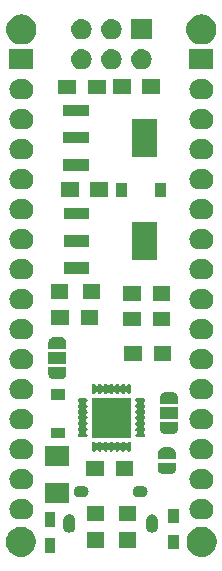
<source format=gbs>
G04 #@! TF.GenerationSoftware,KiCad,Pcbnew,5.1.0-rc2-unknown-6eb84e4~82~ubuntu16.04.1*
G04 #@! TF.CreationDate,2019-03-15T17:01:55+01:00*
G04 #@! TF.ProjectId,arduino_nanoPB,61726475-696e-46f5-9f6e-616e6f50422e,rev?*
G04 #@! TF.SameCoordinates,Original*
G04 #@! TF.FileFunction,Soldermask,Bot*
G04 #@! TF.FilePolarity,Negative*
%FSLAX46Y46*%
G04 Gerber Fmt 4.6, Leading zero omitted, Abs format (unit mm)*
G04 Created by KiCad (PCBNEW 5.1.0-rc2-unknown-6eb84e4~82~ubuntu16.04.1) date 2019-03-15 17:01:55*
%MOMM*%
%LPD*%
G04 APERTURE LIST*
%ADD10C,0.100000*%
G04 APERTURE END LIST*
D10*
G36*
X154947764Y-110854402D02*
G01*
X155070445Y-110878805D01*
X155301571Y-110974541D01*
X155509578Y-111113527D01*
X155686473Y-111290422D01*
X155825459Y-111498429D01*
X155921195Y-111729555D01*
X155970000Y-111974916D01*
X155970000Y-112225084D01*
X155921195Y-112470445D01*
X155825459Y-112701571D01*
X155686473Y-112909578D01*
X155509578Y-113086473D01*
X155301571Y-113225459D01*
X155070445Y-113321195D01*
X154947764Y-113345598D01*
X154825085Y-113370000D01*
X154574915Y-113370000D01*
X154452236Y-113345598D01*
X154329555Y-113321195D01*
X154098429Y-113225459D01*
X153890422Y-113086473D01*
X153713527Y-112909578D01*
X153574541Y-112701571D01*
X153478805Y-112470445D01*
X153430000Y-112225084D01*
X153430000Y-111974916D01*
X153478805Y-111729555D01*
X153574541Y-111498429D01*
X153713527Y-111290422D01*
X153890422Y-111113527D01*
X154098429Y-110974541D01*
X154329555Y-110878805D01*
X154452236Y-110854402D01*
X154574915Y-110830000D01*
X154825085Y-110830000D01*
X154947764Y-110854402D01*
X154947764Y-110854402D01*
G37*
G36*
X139647764Y-110854402D02*
G01*
X139770445Y-110878805D01*
X140001571Y-110974541D01*
X140209578Y-111113527D01*
X140386473Y-111290422D01*
X140525459Y-111498429D01*
X140621195Y-111729555D01*
X140670000Y-111974916D01*
X140670000Y-112225084D01*
X140621195Y-112470445D01*
X140525459Y-112701571D01*
X140386473Y-112909578D01*
X140209578Y-113086473D01*
X140001571Y-113225459D01*
X139770445Y-113321195D01*
X139647764Y-113345598D01*
X139525085Y-113370000D01*
X139274915Y-113370000D01*
X139152236Y-113345598D01*
X139029555Y-113321195D01*
X138798429Y-113225459D01*
X138590422Y-113086473D01*
X138413527Y-112909578D01*
X138274541Y-112701571D01*
X138178805Y-112470445D01*
X138130000Y-112225084D01*
X138130000Y-111974916D01*
X138178805Y-111729555D01*
X138274541Y-111498429D01*
X138413527Y-111290422D01*
X138590422Y-111113527D01*
X138798429Y-110974541D01*
X139029555Y-110878805D01*
X139152236Y-110854402D01*
X139274915Y-110830000D01*
X139525085Y-110830000D01*
X139647764Y-110854402D01*
X139647764Y-110854402D01*
G37*
G36*
X142309000Y-113018040D02*
G01*
X141409000Y-113018040D01*
X141409000Y-111818040D01*
X142309000Y-111818040D01*
X142309000Y-113018040D01*
X142309000Y-113018040D01*
G37*
G36*
X152773800Y-112723400D02*
G01*
X151873800Y-112723400D01*
X151873800Y-111523400D01*
X152773800Y-111523400D01*
X152773800Y-112723400D01*
X152773800Y-112723400D01*
G37*
G36*
X146466000Y-112587800D02*
G01*
X144966000Y-112587800D01*
X144966000Y-111287800D01*
X146466000Y-111287800D01*
X146466000Y-112587800D01*
X146466000Y-112587800D01*
G37*
G36*
X149166000Y-112587800D02*
G01*
X147666000Y-112587800D01*
X147666000Y-111287800D01*
X149166000Y-111287800D01*
X149166000Y-112587800D01*
X149166000Y-112587800D01*
G37*
G36*
X143597114Y-109769694D02*
G01*
X143691369Y-109798286D01*
X143749030Y-109829107D01*
X143778229Y-109844714D01*
X143854364Y-109907196D01*
X143898200Y-109960611D01*
X143916847Y-109983332D01*
X143963274Y-110070190D01*
X143991866Y-110164445D01*
X143999100Y-110237896D01*
X143999100Y-110837024D01*
X143991866Y-110910475D01*
X143963274Y-111004730D01*
X143916847Y-111091588D01*
X143854364Y-111167724D01*
X143778228Y-111230207D01*
X143691370Y-111276634D01*
X143597115Y-111305226D01*
X143499100Y-111314879D01*
X143401086Y-111305226D01*
X143306831Y-111276634D01*
X143219973Y-111230207D01*
X143143837Y-111167724D01*
X143081355Y-111091590D01*
X143034925Y-111004728D01*
X143006334Y-110910475D01*
X142999100Y-110837024D01*
X142999100Y-110237897D01*
X143006334Y-110164446D01*
X143034926Y-110070191D01*
X143081353Y-109983333D01*
X143081354Y-109983331D01*
X143143836Y-109907196D01*
X143219971Y-109844714D01*
X143219970Y-109844714D01*
X143219972Y-109844713D01*
X143306830Y-109798286D01*
X143401085Y-109769694D01*
X143499100Y-109760041D01*
X143597114Y-109769694D01*
X143597114Y-109769694D01*
G37*
G36*
X150597114Y-109769694D02*
G01*
X150691369Y-109798286D01*
X150749030Y-109829107D01*
X150778229Y-109844714D01*
X150854364Y-109907196D01*
X150898200Y-109960611D01*
X150916847Y-109983332D01*
X150963274Y-110070190D01*
X150991866Y-110164445D01*
X150999100Y-110237896D01*
X150999100Y-110837024D01*
X150991866Y-110910475D01*
X150963274Y-111004730D01*
X150916847Y-111091588D01*
X150854364Y-111167724D01*
X150778228Y-111230207D01*
X150691370Y-111276634D01*
X150597115Y-111305226D01*
X150499100Y-111314879D01*
X150401086Y-111305226D01*
X150306831Y-111276634D01*
X150219973Y-111230207D01*
X150143837Y-111167724D01*
X150081355Y-111091590D01*
X150034925Y-111004728D01*
X150006334Y-110910475D01*
X149999100Y-110837024D01*
X149999100Y-110237897D01*
X150006334Y-110164446D01*
X150034926Y-110070191D01*
X150081353Y-109983333D01*
X150081354Y-109983331D01*
X150143836Y-109907196D01*
X150219971Y-109844714D01*
X150219970Y-109844714D01*
X150219972Y-109844713D01*
X150306830Y-109798286D01*
X150401085Y-109769694D01*
X150499100Y-109760041D01*
X150597114Y-109769694D01*
X150597114Y-109769694D01*
G37*
G36*
X142309000Y-110818040D02*
G01*
X141409000Y-110818040D01*
X141409000Y-109618040D01*
X142309000Y-109618040D01*
X142309000Y-110818040D01*
X142309000Y-110818040D01*
G37*
G36*
X152773800Y-110523400D02*
G01*
X151873800Y-110523400D01*
X151873800Y-109323400D01*
X152773800Y-109323400D01*
X152773800Y-110523400D01*
X152773800Y-110523400D01*
G37*
G36*
X146466000Y-110378000D02*
G01*
X144966000Y-110378000D01*
X144966000Y-109078000D01*
X146466000Y-109078000D01*
X146466000Y-110378000D01*
X146466000Y-110378000D01*
G37*
G36*
X149166000Y-110378000D02*
G01*
X147666000Y-110378000D01*
X147666000Y-109078000D01*
X149166000Y-109078000D01*
X149166000Y-110378000D01*
X149166000Y-110378000D01*
G37*
G36*
X139683112Y-108487565D02*
G01*
X139767695Y-108495896D01*
X139930484Y-108545278D01*
X139930487Y-108545279D01*
X140080507Y-108625466D01*
X140080508Y-108625467D01*
X140080512Y-108625469D01*
X140212012Y-108733388D01*
X140319931Y-108864888D01*
X140319933Y-108864892D01*
X140319934Y-108864893D01*
X140400121Y-109014913D01*
X140400122Y-109014916D01*
X140449504Y-109177705D01*
X140466178Y-109347000D01*
X140449504Y-109516295D01*
X140400122Y-109679084D01*
X140400121Y-109679087D01*
X140336408Y-109798286D01*
X140319931Y-109829112D01*
X140212012Y-109960612D01*
X140080512Y-110068531D01*
X140080508Y-110068533D01*
X140080507Y-110068534D01*
X139930487Y-110148721D01*
X139930484Y-110148722D01*
X139767695Y-110198104D01*
X139683112Y-110206435D01*
X139640821Y-110210600D01*
X139251179Y-110210600D01*
X139208888Y-110206435D01*
X139124305Y-110198104D01*
X138961516Y-110148722D01*
X138961513Y-110148721D01*
X138811493Y-110068534D01*
X138811492Y-110068533D01*
X138811488Y-110068531D01*
X138679988Y-109960612D01*
X138572069Y-109829112D01*
X138555592Y-109798286D01*
X138491879Y-109679087D01*
X138491878Y-109679084D01*
X138442496Y-109516295D01*
X138425822Y-109347000D01*
X138442496Y-109177705D01*
X138491878Y-109014916D01*
X138491879Y-109014913D01*
X138572066Y-108864893D01*
X138572067Y-108864892D01*
X138572069Y-108864888D01*
X138679988Y-108733388D01*
X138811488Y-108625469D01*
X138811492Y-108625467D01*
X138811493Y-108625466D01*
X138961513Y-108545279D01*
X138961516Y-108545278D01*
X139124305Y-108495896D01*
X139208888Y-108487565D01*
X139251179Y-108483400D01*
X139640821Y-108483400D01*
X139683112Y-108487565D01*
X139683112Y-108487565D01*
G37*
G36*
X154923112Y-108487565D02*
G01*
X155007695Y-108495896D01*
X155170484Y-108545278D01*
X155170487Y-108545279D01*
X155320507Y-108625466D01*
X155320508Y-108625467D01*
X155320512Y-108625469D01*
X155452012Y-108733388D01*
X155559931Y-108864888D01*
X155559933Y-108864892D01*
X155559934Y-108864893D01*
X155640121Y-109014913D01*
X155640122Y-109014916D01*
X155689504Y-109177705D01*
X155706178Y-109347000D01*
X155689504Y-109516295D01*
X155640122Y-109679084D01*
X155640121Y-109679087D01*
X155576408Y-109798286D01*
X155559931Y-109829112D01*
X155452012Y-109960612D01*
X155320512Y-110068531D01*
X155320508Y-110068533D01*
X155320507Y-110068534D01*
X155170487Y-110148721D01*
X155170484Y-110148722D01*
X155007695Y-110198104D01*
X154923112Y-110206435D01*
X154880821Y-110210600D01*
X154491179Y-110210600D01*
X154448888Y-110206435D01*
X154364305Y-110198104D01*
X154201516Y-110148722D01*
X154201513Y-110148721D01*
X154051493Y-110068534D01*
X154051492Y-110068533D01*
X154051488Y-110068531D01*
X153919988Y-109960612D01*
X153812069Y-109829112D01*
X153795592Y-109798286D01*
X153731879Y-109679087D01*
X153731878Y-109679084D01*
X153682496Y-109516295D01*
X153665822Y-109347000D01*
X153682496Y-109177705D01*
X153731878Y-109014916D01*
X153731879Y-109014913D01*
X153812066Y-108864893D01*
X153812067Y-108864892D01*
X153812069Y-108864888D01*
X153919988Y-108733388D01*
X154051488Y-108625469D01*
X154051492Y-108625467D01*
X154051493Y-108625466D01*
X154201513Y-108545279D01*
X154201516Y-108545278D01*
X154364305Y-108495896D01*
X154448888Y-108487565D01*
X154491179Y-108483400D01*
X154880821Y-108483400D01*
X154923112Y-108487565D01*
X154923112Y-108487565D01*
G37*
G36*
X143509000Y-108800520D02*
G01*
X141479000Y-108800520D01*
X141479000Y-107150520D01*
X143509000Y-107150520D01*
X143509000Y-108800520D01*
X143509000Y-108800520D01*
G37*
G36*
X144695693Y-107364751D02*
G01*
X144742216Y-107369333D01*
X144808459Y-107389427D01*
X144831758Y-107396495D01*
X144909553Y-107438078D01*
X144914273Y-107440601D01*
X144986601Y-107499959D01*
X145045959Y-107572287D01*
X145045960Y-107572289D01*
X145090065Y-107654802D01*
X145117227Y-107744345D01*
X145126398Y-107837460D01*
X145117227Y-107930575D01*
X145090065Y-108020118D01*
X145048482Y-108097913D01*
X145045959Y-108102633D01*
X144986601Y-108174961D01*
X144914273Y-108234319D01*
X144914271Y-108234320D01*
X144831758Y-108278425D01*
X144808459Y-108285493D01*
X144742216Y-108305587D01*
X144695693Y-108310169D01*
X144672433Y-108312460D01*
X144325767Y-108312460D01*
X144302507Y-108310169D01*
X144255984Y-108305587D01*
X144189741Y-108285493D01*
X144166442Y-108278425D01*
X144083929Y-108234320D01*
X144083927Y-108234319D01*
X144011599Y-108174961D01*
X143952241Y-108102633D01*
X143949718Y-108097913D01*
X143908135Y-108020118D01*
X143880973Y-107930575D01*
X143871802Y-107837460D01*
X143880973Y-107744345D01*
X143908135Y-107654802D01*
X143952240Y-107572289D01*
X143952241Y-107572287D01*
X144011599Y-107499959D01*
X144083927Y-107440601D01*
X144088647Y-107438078D01*
X144166442Y-107396495D01*
X144189741Y-107389427D01*
X144255984Y-107369333D01*
X144302507Y-107364751D01*
X144325767Y-107362460D01*
X144672433Y-107362460D01*
X144695693Y-107364751D01*
X144695693Y-107364751D01*
G37*
G36*
X149695693Y-107364751D02*
G01*
X149742216Y-107369333D01*
X149808459Y-107389427D01*
X149831758Y-107396495D01*
X149909553Y-107438078D01*
X149914273Y-107440601D01*
X149986601Y-107499959D01*
X150045959Y-107572287D01*
X150045960Y-107572289D01*
X150090065Y-107654802D01*
X150117227Y-107744345D01*
X150126398Y-107837460D01*
X150117227Y-107930575D01*
X150090065Y-108020118D01*
X150048482Y-108097913D01*
X150045959Y-108102633D01*
X149986601Y-108174961D01*
X149914273Y-108234319D01*
X149914271Y-108234320D01*
X149831758Y-108278425D01*
X149808459Y-108285493D01*
X149742216Y-108305587D01*
X149695693Y-108310169D01*
X149672433Y-108312460D01*
X149325767Y-108312460D01*
X149302507Y-108310169D01*
X149255984Y-108305587D01*
X149189741Y-108285493D01*
X149166442Y-108278425D01*
X149083929Y-108234320D01*
X149083927Y-108234319D01*
X149011599Y-108174961D01*
X148952241Y-108102633D01*
X148949718Y-108097913D01*
X148908135Y-108020118D01*
X148880973Y-107930575D01*
X148871802Y-107837460D01*
X148880973Y-107744345D01*
X148908135Y-107654802D01*
X148952240Y-107572289D01*
X148952241Y-107572287D01*
X149011599Y-107499959D01*
X149083927Y-107440601D01*
X149088647Y-107438078D01*
X149166442Y-107396495D01*
X149189741Y-107389427D01*
X149255984Y-107369333D01*
X149302507Y-107364751D01*
X149325767Y-107362460D01*
X149672433Y-107362460D01*
X149695693Y-107364751D01*
X149695693Y-107364751D01*
G37*
G36*
X139683112Y-105947565D02*
G01*
X139767695Y-105955896D01*
X139930484Y-106005278D01*
X139930487Y-106005279D01*
X140080507Y-106085466D01*
X140080508Y-106085467D01*
X140080512Y-106085469D01*
X140212012Y-106193388D01*
X140319931Y-106324888D01*
X140319933Y-106324892D01*
X140319934Y-106324893D01*
X140400121Y-106474913D01*
X140400122Y-106474916D01*
X140449504Y-106637705D01*
X140466178Y-106807000D01*
X140449504Y-106976295D01*
X140400122Y-107139084D01*
X140400121Y-107139087D01*
X140319934Y-107289107D01*
X140319931Y-107289112D01*
X140212012Y-107420612D01*
X140080512Y-107528531D01*
X140080508Y-107528533D01*
X140080507Y-107528534D01*
X139930487Y-107608721D01*
X139930484Y-107608722D01*
X139767695Y-107658104D01*
X139683112Y-107666435D01*
X139640821Y-107670600D01*
X139251179Y-107670600D01*
X139208888Y-107666435D01*
X139124305Y-107658104D01*
X138961516Y-107608722D01*
X138961513Y-107608721D01*
X138811493Y-107528534D01*
X138811492Y-107528533D01*
X138811488Y-107528531D01*
X138679988Y-107420612D01*
X138572069Y-107289112D01*
X138572066Y-107289107D01*
X138491879Y-107139087D01*
X138491878Y-107139084D01*
X138442496Y-106976295D01*
X138425822Y-106807000D01*
X138442496Y-106637705D01*
X138491878Y-106474916D01*
X138491879Y-106474913D01*
X138572066Y-106324893D01*
X138572067Y-106324892D01*
X138572069Y-106324888D01*
X138679988Y-106193388D01*
X138811488Y-106085469D01*
X138811492Y-106085467D01*
X138811493Y-106085466D01*
X138961513Y-106005279D01*
X138961516Y-106005278D01*
X139124305Y-105955896D01*
X139208888Y-105947565D01*
X139251179Y-105943400D01*
X139640821Y-105943400D01*
X139683112Y-105947565D01*
X139683112Y-105947565D01*
G37*
G36*
X154923112Y-105947565D02*
G01*
X155007695Y-105955896D01*
X155170484Y-106005278D01*
X155170487Y-106005279D01*
X155320507Y-106085466D01*
X155320508Y-106085467D01*
X155320512Y-106085469D01*
X155452012Y-106193388D01*
X155559931Y-106324888D01*
X155559933Y-106324892D01*
X155559934Y-106324893D01*
X155640121Y-106474913D01*
X155640122Y-106474916D01*
X155689504Y-106637705D01*
X155706178Y-106807000D01*
X155689504Y-106976295D01*
X155640122Y-107139084D01*
X155640121Y-107139087D01*
X155559934Y-107289107D01*
X155559931Y-107289112D01*
X155452012Y-107420612D01*
X155320512Y-107528531D01*
X155320508Y-107528533D01*
X155320507Y-107528534D01*
X155170487Y-107608721D01*
X155170484Y-107608722D01*
X155007695Y-107658104D01*
X154923112Y-107666435D01*
X154880821Y-107670600D01*
X154491179Y-107670600D01*
X154448888Y-107666435D01*
X154364305Y-107658104D01*
X154201516Y-107608722D01*
X154201513Y-107608721D01*
X154051493Y-107528534D01*
X154051492Y-107528533D01*
X154051488Y-107528531D01*
X153919988Y-107420612D01*
X153812069Y-107289112D01*
X153812066Y-107289107D01*
X153731879Y-107139087D01*
X153731878Y-107139084D01*
X153682496Y-106976295D01*
X153665822Y-106807000D01*
X153682496Y-106637705D01*
X153731878Y-106474916D01*
X153731879Y-106474913D01*
X153812066Y-106324893D01*
X153812067Y-106324892D01*
X153812069Y-106324888D01*
X153919988Y-106193388D01*
X154051488Y-106085469D01*
X154051492Y-106085467D01*
X154051493Y-106085466D01*
X154201513Y-106005279D01*
X154201516Y-106005278D01*
X154364305Y-105955896D01*
X154448888Y-105947565D01*
X154491179Y-105943400D01*
X154880821Y-105943400D01*
X154923112Y-105947565D01*
X154923112Y-105947565D01*
G37*
G36*
X148913600Y-106517600D02*
G01*
X147413600Y-106517600D01*
X147413600Y-105267600D01*
X148913600Y-105267600D01*
X148913600Y-106517600D01*
X148913600Y-106517600D01*
G37*
G36*
X146413600Y-106517600D02*
G01*
X144913600Y-106517600D01*
X144913600Y-105267600D01*
X146413600Y-105267600D01*
X146413600Y-106517600D01*
X146413600Y-106517600D01*
G37*
G36*
X152002310Y-105392600D02*
G01*
X152502300Y-105392600D01*
X152502300Y-105965336D01*
X152494743Y-105981314D01*
X152492995Y-105987075D01*
X152492693Y-105990146D01*
X152464240Y-106083943D01*
X152418035Y-106170386D01*
X152355853Y-106246154D01*
X152280085Y-106308336D01*
X152193642Y-106354541D01*
X152099845Y-106382994D01*
X152002300Y-106392601D01*
X151502300Y-106392601D01*
X151404755Y-106382994D01*
X151310958Y-106354541D01*
X151224515Y-106308336D01*
X151148747Y-106246154D01*
X151086565Y-106170386D01*
X151040360Y-106083943D01*
X151011907Y-105990146D01*
X151011605Y-105987075D01*
X151009857Y-105981314D01*
X151002300Y-105963071D01*
X151002300Y-105392600D01*
X151502290Y-105392600D01*
X151502300Y-105392599D01*
X152002300Y-105392599D01*
X152002310Y-105392600D01*
X152002310Y-105392600D01*
G37*
G36*
X143509000Y-105640520D02*
G01*
X141479000Y-105640520D01*
X141479000Y-103990520D01*
X143509000Y-103990520D01*
X143509000Y-105640520D01*
X143509000Y-105640520D01*
G37*
G36*
X154923112Y-103407565D02*
G01*
X155007695Y-103415896D01*
X155170484Y-103465278D01*
X155170487Y-103465279D01*
X155320507Y-103545466D01*
X155320508Y-103545467D01*
X155320512Y-103545469D01*
X155452012Y-103653388D01*
X155559931Y-103784888D01*
X155559933Y-103784892D01*
X155559934Y-103784893D01*
X155640121Y-103934913D01*
X155640122Y-103934916D01*
X155689504Y-104097705D01*
X155706178Y-104267000D01*
X155689504Y-104436295D01*
X155671679Y-104495054D01*
X155640121Y-104599087D01*
X155591449Y-104690146D01*
X155559931Y-104749112D01*
X155452012Y-104880612D01*
X155320512Y-104988531D01*
X155320508Y-104988533D01*
X155320507Y-104988534D01*
X155170487Y-105068721D01*
X155170484Y-105068722D01*
X155007695Y-105118104D01*
X154923112Y-105126435D01*
X154880821Y-105130600D01*
X154491179Y-105130600D01*
X154448888Y-105126435D01*
X154364305Y-105118104D01*
X154201516Y-105068722D01*
X154201513Y-105068721D01*
X154051493Y-104988534D01*
X154051492Y-104988533D01*
X154051488Y-104988531D01*
X153919988Y-104880612D01*
X153812069Y-104749112D01*
X153780551Y-104690146D01*
X153731879Y-104599087D01*
X153700321Y-104495054D01*
X153682496Y-104436295D01*
X153665822Y-104267000D01*
X153682496Y-104097705D01*
X153731878Y-103934916D01*
X153731879Y-103934913D01*
X153812066Y-103784893D01*
X153812067Y-103784892D01*
X153812069Y-103784888D01*
X153919988Y-103653388D01*
X154051488Y-103545469D01*
X154051492Y-103545467D01*
X154051493Y-103545466D01*
X154201513Y-103465279D01*
X154201516Y-103465278D01*
X154364305Y-103415896D01*
X154448888Y-103407565D01*
X154491179Y-103403400D01*
X154880821Y-103403400D01*
X154923112Y-103407565D01*
X154923112Y-103407565D01*
G37*
G36*
X139683112Y-103407565D02*
G01*
X139767695Y-103415896D01*
X139930484Y-103465278D01*
X139930487Y-103465279D01*
X140080507Y-103545466D01*
X140080508Y-103545467D01*
X140080512Y-103545469D01*
X140212012Y-103653388D01*
X140319931Y-103784888D01*
X140319933Y-103784892D01*
X140319934Y-103784893D01*
X140400121Y-103934913D01*
X140400122Y-103934916D01*
X140449504Y-104097705D01*
X140466178Y-104267000D01*
X140449504Y-104436295D01*
X140431679Y-104495054D01*
X140400121Y-104599087D01*
X140351449Y-104690146D01*
X140319931Y-104749112D01*
X140212012Y-104880612D01*
X140080512Y-104988531D01*
X140080508Y-104988533D01*
X140080507Y-104988534D01*
X139930487Y-105068721D01*
X139930484Y-105068722D01*
X139767695Y-105118104D01*
X139683112Y-105126435D01*
X139640821Y-105130600D01*
X139251179Y-105130600D01*
X139208888Y-105126435D01*
X139124305Y-105118104D01*
X138961516Y-105068722D01*
X138961513Y-105068721D01*
X138811493Y-104988534D01*
X138811492Y-104988533D01*
X138811488Y-104988531D01*
X138679988Y-104880612D01*
X138572069Y-104749112D01*
X138540551Y-104690146D01*
X138491879Y-104599087D01*
X138460321Y-104495054D01*
X138442496Y-104436295D01*
X138425822Y-104267000D01*
X138442496Y-104097705D01*
X138491878Y-103934916D01*
X138491879Y-103934913D01*
X138572066Y-103784893D01*
X138572067Y-103784892D01*
X138572069Y-103784888D01*
X138679988Y-103653388D01*
X138811488Y-103545469D01*
X138811492Y-103545467D01*
X138811493Y-103545466D01*
X138961513Y-103465279D01*
X138961516Y-103465278D01*
X139124305Y-103415896D01*
X139208888Y-103407565D01*
X139251179Y-103403400D01*
X139640821Y-103403400D01*
X139683112Y-103407565D01*
X139683112Y-103407565D01*
G37*
G36*
X152099845Y-104102206D02*
G01*
X152193642Y-104130659D01*
X152280085Y-104176864D01*
X152355853Y-104239046D01*
X152418035Y-104314814D01*
X152464240Y-104401257D01*
X152492693Y-104495054D01*
X152492995Y-104498125D01*
X152494743Y-104503886D01*
X152502300Y-104522129D01*
X152502300Y-105092600D01*
X152002310Y-105092600D01*
X152002300Y-105092601D01*
X151502300Y-105092601D01*
X151502290Y-105092600D01*
X151002300Y-105092600D01*
X151002300Y-104519864D01*
X151009857Y-104503886D01*
X151011605Y-104498125D01*
X151011907Y-104495054D01*
X151040360Y-104401257D01*
X151086565Y-104314814D01*
X151148747Y-104239046D01*
X151224515Y-104176864D01*
X151310958Y-104130659D01*
X151404755Y-104102206D01*
X151502300Y-104092599D01*
X152002300Y-104092599D01*
X152099845Y-104102206D01*
X152099845Y-104102206D01*
G37*
G36*
X148596106Y-103627171D02*
G01*
X148624378Y-103635747D01*
X148650439Y-103649677D01*
X148673279Y-103668421D01*
X148692022Y-103691260D01*
X148705954Y-103717324D01*
X148714529Y-103745593D01*
X148716700Y-103767638D01*
X148716700Y-104332362D01*
X148714529Y-104354407D01*
X148705954Y-104382676D01*
X148692022Y-104408740D01*
X148673279Y-104431579D01*
X148650440Y-104450322D01*
X148624376Y-104464254D01*
X148596107Y-104472829D01*
X148566700Y-104475725D01*
X148537294Y-104472829D01*
X148509025Y-104464254D01*
X148482961Y-104450322D01*
X148460122Y-104431579D01*
X148441377Y-104408737D01*
X148426940Y-104381728D01*
X148413326Y-104361353D01*
X148395999Y-104344026D01*
X148375625Y-104330413D01*
X148352986Y-104321035D01*
X148328953Y-104316255D01*
X148304449Y-104316255D01*
X148280415Y-104321036D01*
X148257777Y-104330413D01*
X148237402Y-104344027D01*
X148220075Y-104361354D01*
X148206463Y-104381725D01*
X148192023Y-104408738D01*
X148173279Y-104431579D01*
X148150440Y-104450322D01*
X148124376Y-104464254D01*
X148096107Y-104472829D01*
X148066700Y-104475725D01*
X148037294Y-104472829D01*
X148009025Y-104464254D01*
X147982961Y-104450322D01*
X147960122Y-104431579D01*
X147941377Y-104408737D01*
X147926940Y-104381728D01*
X147913326Y-104361353D01*
X147895999Y-104344026D01*
X147875625Y-104330413D01*
X147852986Y-104321035D01*
X147828953Y-104316255D01*
X147804449Y-104316255D01*
X147780415Y-104321036D01*
X147757777Y-104330413D01*
X147737402Y-104344027D01*
X147720075Y-104361354D01*
X147706463Y-104381725D01*
X147692023Y-104408738D01*
X147673279Y-104431579D01*
X147650440Y-104450322D01*
X147624376Y-104464254D01*
X147596107Y-104472829D01*
X147566700Y-104475725D01*
X147537294Y-104472829D01*
X147509025Y-104464254D01*
X147482961Y-104450322D01*
X147460122Y-104431579D01*
X147441377Y-104408737D01*
X147426940Y-104381728D01*
X147413326Y-104361353D01*
X147395999Y-104344026D01*
X147375625Y-104330413D01*
X147352986Y-104321035D01*
X147328953Y-104316255D01*
X147304449Y-104316255D01*
X147280415Y-104321036D01*
X147257777Y-104330413D01*
X147237402Y-104344027D01*
X147220075Y-104361354D01*
X147206463Y-104381725D01*
X147192023Y-104408738D01*
X147173279Y-104431579D01*
X147150440Y-104450322D01*
X147124376Y-104464254D01*
X147096107Y-104472829D01*
X147066700Y-104475725D01*
X147037294Y-104472829D01*
X147009025Y-104464254D01*
X146982961Y-104450322D01*
X146960122Y-104431579D01*
X146941377Y-104408737D01*
X146926940Y-104381728D01*
X146913326Y-104361353D01*
X146895999Y-104344026D01*
X146875625Y-104330413D01*
X146852986Y-104321035D01*
X146828953Y-104316255D01*
X146804449Y-104316255D01*
X146780415Y-104321036D01*
X146757777Y-104330413D01*
X146737402Y-104344027D01*
X146720075Y-104361354D01*
X146706463Y-104381725D01*
X146692023Y-104408738D01*
X146673279Y-104431579D01*
X146650440Y-104450322D01*
X146624376Y-104464254D01*
X146596107Y-104472829D01*
X146566700Y-104475725D01*
X146537294Y-104472829D01*
X146509025Y-104464254D01*
X146482961Y-104450322D01*
X146460122Y-104431579D01*
X146441377Y-104408737D01*
X146426940Y-104381728D01*
X146413326Y-104361353D01*
X146395999Y-104344026D01*
X146375625Y-104330413D01*
X146352986Y-104321035D01*
X146328953Y-104316255D01*
X146304449Y-104316255D01*
X146280415Y-104321036D01*
X146257777Y-104330413D01*
X146237402Y-104344027D01*
X146220075Y-104361354D01*
X146206463Y-104381725D01*
X146192023Y-104408738D01*
X146173279Y-104431579D01*
X146150440Y-104450322D01*
X146124376Y-104464254D01*
X146096107Y-104472829D01*
X146066700Y-104475725D01*
X146037294Y-104472829D01*
X146009025Y-104464254D01*
X145982961Y-104450322D01*
X145960122Y-104431579D01*
X145941377Y-104408737D01*
X145926940Y-104381728D01*
X145913326Y-104361353D01*
X145895999Y-104344026D01*
X145875625Y-104330413D01*
X145852986Y-104321035D01*
X145828953Y-104316255D01*
X145804449Y-104316255D01*
X145780415Y-104321036D01*
X145757777Y-104330413D01*
X145737402Y-104344027D01*
X145720075Y-104361354D01*
X145706463Y-104381725D01*
X145692023Y-104408738D01*
X145673279Y-104431579D01*
X145650440Y-104450322D01*
X145624376Y-104464254D01*
X145596107Y-104472829D01*
X145566700Y-104475725D01*
X145537294Y-104472829D01*
X145509025Y-104464254D01*
X145482961Y-104450322D01*
X145460122Y-104431579D01*
X145441379Y-104408740D01*
X145427447Y-104382676D01*
X145418872Y-104354407D01*
X145416701Y-104332362D01*
X145416700Y-103767639D01*
X145418871Y-103745594D01*
X145427447Y-103717322D01*
X145441377Y-103691261D01*
X145460121Y-103668421D01*
X145482960Y-103649678D01*
X145509024Y-103635746D01*
X145537293Y-103627171D01*
X145566700Y-103624275D01*
X145596106Y-103627171D01*
X145624378Y-103635747D01*
X145650439Y-103649677D01*
X145673279Y-103668421D01*
X145692025Y-103691263D01*
X145706462Y-103718273D01*
X145720076Y-103738647D01*
X145737403Y-103755974D01*
X145757777Y-103769587D01*
X145780416Y-103778964D01*
X145804450Y-103783744D01*
X145828954Y-103783744D01*
X145852987Y-103778963D01*
X145875626Y-103769585D01*
X145896000Y-103755971D01*
X145913327Y-103738644D01*
X145926938Y-103718273D01*
X145941375Y-103691263D01*
X145960121Y-103668421D01*
X145982960Y-103649678D01*
X146009024Y-103635746D01*
X146037293Y-103627171D01*
X146066700Y-103624275D01*
X146096106Y-103627171D01*
X146124378Y-103635747D01*
X146150439Y-103649677D01*
X146173279Y-103668421D01*
X146192025Y-103691263D01*
X146206462Y-103718273D01*
X146220076Y-103738647D01*
X146237403Y-103755974D01*
X146257777Y-103769587D01*
X146280416Y-103778964D01*
X146304450Y-103783744D01*
X146328954Y-103783744D01*
X146352987Y-103778963D01*
X146375626Y-103769585D01*
X146396000Y-103755971D01*
X146413327Y-103738644D01*
X146426938Y-103718273D01*
X146441375Y-103691263D01*
X146460121Y-103668421D01*
X146482960Y-103649678D01*
X146509024Y-103635746D01*
X146537293Y-103627171D01*
X146566700Y-103624275D01*
X146596106Y-103627171D01*
X146624378Y-103635747D01*
X146650439Y-103649677D01*
X146673279Y-103668421D01*
X146692025Y-103691263D01*
X146706462Y-103718273D01*
X146720076Y-103738647D01*
X146737403Y-103755974D01*
X146757777Y-103769587D01*
X146780416Y-103778964D01*
X146804450Y-103783744D01*
X146828954Y-103783744D01*
X146852987Y-103778963D01*
X146875626Y-103769585D01*
X146896000Y-103755971D01*
X146913327Y-103738644D01*
X146926938Y-103718273D01*
X146941375Y-103691263D01*
X146960121Y-103668421D01*
X146982960Y-103649678D01*
X147009024Y-103635746D01*
X147037293Y-103627171D01*
X147066700Y-103624275D01*
X147096106Y-103627171D01*
X147124378Y-103635747D01*
X147150439Y-103649677D01*
X147173279Y-103668421D01*
X147192025Y-103691263D01*
X147206462Y-103718273D01*
X147220076Y-103738647D01*
X147237403Y-103755974D01*
X147257777Y-103769587D01*
X147280416Y-103778964D01*
X147304450Y-103783744D01*
X147328954Y-103783744D01*
X147352987Y-103778963D01*
X147375626Y-103769585D01*
X147396000Y-103755971D01*
X147413327Y-103738644D01*
X147426938Y-103718273D01*
X147441375Y-103691263D01*
X147460121Y-103668421D01*
X147482960Y-103649678D01*
X147509024Y-103635746D01*
X147537293Y-103627171D01*
X147566700Y-103624275D01*
X147596106Y-103627171D01*
X147624378Y-103635747D01*
X147650439Y-103649677D01*
X147673279Y-103668421D01*
X147692025Y-103691263D01*
X147706462Y-103718273D01*
X147720076Y-103738647D01*
X147737403Y-103755974D01*
X147757777Y-103769587D01*
X147780416Y-103778964D01*
X147804450Y-103783744D01*
X147828954Y-103783744D01*
X147852987Y-103778963D01*
X147875626Y-103769585D01*
X147896000Y-103755971D01*
X147913327Y-103738644D01*
X147926938Y-103718273D01*
X147941375Y-103691263D01*
X147960121Y-103668421D01*
X147982960Y-103649678D01*
X148009024Y-103635746D01*
X148037293Y-103627171D01*
X148066700Y-103624275D01*
X148096106Y-103627171D01*
X148124378Y-103635747D01*
X148150439Y-103649677D01*
X148173279Y-103668421D01*
X148192025Y-103691263D01*
X148206462Y-103718273D01*
X148220076Y-103738647D01*
X148237403Y-103755974D01*
X148257777Y-103769587D01*
X148280416Y-103778964D01*
X148304450Y-103783744D01*
X148328954Y-103783744D01*
X148352987Y-103778963D01*
X148375626Y-103769585D01*
X148396000Y-103755971D01*
X148413327Y-103738644D01*
X148426938Y-103718273D01*
X148441375Y-103691263D01*
X148460121Y-103668421D01*
X148482960Y-103649678D01*
X148509024Y-103635746D01*
X148537293Y-103627171D01*
X148566700Y-103624275D01*
X148596106Y-103627171D01*
X148596106Y-103627171D01*
G37*
G36*
X143129400Y-103334400D02*
G01*
X141909400Y-103334400D01*
X141909400Y-102424400D01*
X143129400Y-102424400D01*
X143129400Y-103334400D01*
X143129400Y-103334400D01*
G37*
G36*
X148741700Y-103275000D02*
G01*
X145391700Y-103275000D01*
X145391700Y-99925000D01*
X148741700Y-99925000D01*
X148741700Y-103275000D01*
X148741700Y-103275000D01*
G37*
G36*
X144921107Y-99952171D02*
G01*
X144949376Y-99960746D01*
X144975440Y-99974678D01*
X144998279Y-99993421D01*
X145017022Y-100016260D01*
X145030954Y-100042324D01*
X145039529Y-100070593D01*
X145042425Y-100100000D01*
X145039529Y-100129407D01*
X145030954Y-100157676D01*
X145017022Y-100183740D01*
X144998279Y-100206579D01*
X144975437Y-100225325D01*
X144948427Y-100239762D01*
X144928053Y-100253376D01*
X144910726Y-100270703D01*
X144897113Y-100291077D01*
X144887736Y-100313716D01*
X144882956Y-100337750D01*
X144882956Y-100362254D01*
X144887737Y-100386287D01*
X144897115Y-100408926D01*
X144910729Y-100429300D01*
X144928056Y-100446627D01*
X144948427Y-100460238D01*
X144975437Y-100474675D01*
X144998279Y-100493421D01*
X145017022Y-100516260D01*
X145030954Y-100542324D01*
X145039529Y-100570593D01*
X145042425Y-100600000D01*
X145039529Y-100629407D01*
X145030954Y-100657676D01*
X145017022Y-100683740D01*
X144998279Y-100706579D01*
X144975437Y-100725325D01*
X144948427Y-100739762D01*
X144928053Y-100753376D01*
X144910726Y-100770703D01*
X144897113Y-100791077D01*
X144887736Y-100813716D01*
X144882956Y-100837750D01*
X144882956Y-100862254D01*
X144887737Y-100886287D01*
X144897115Y-100908926D01*
X144910729Y-100929300D01*
X144928056Y-100946627D01*
X144948427Y-100960238D01*
X144975437Y-100974675D01*
X144998279Y-100993421D01*
X145017022Y-101016260D01*
X145030954Y-101042324D01*
X145039529Y-101070593D01*
X145042425Y-101100000D01*
X145039529Y-101129407D01*
X145030954Y-101157676D01*
X145017022Y-101183740D01*
X144998279Y-101206579D01*
X144975437Y-101225325D01*
X144948427Y-101239762D01*
X144928053Y-101253376D01*
X144910726Y-101270703D01*
X144897113Y-101291077D01*
X144887736Y-101313716D01*
X144882956Y-101337750D01*
X144882956Y-101362254D01*
X144887737Y-101386287D01*
X144897115Y-101408926D01*
X144910729Y-101429300D01*
X144928056Y-101446627D01*
X144948427Y-101460238D01*
X144975437Y-101474675D01*
X144998279Y-101493421D01*
X145017022Y-101516260D01*
X145030954Y-101542324D01*
X145039529Y-101570593D01*
X145042425Y-101600000D01*
X145039529Y-101629407D01*
X145030954Y-101657676D01*
X145017022Y-101683740D01*
X144998279Y-101706579D01*
X144975437Y-101725325D01*
X144948427Y-101739762D01*
X144928053Y-101753376D01*
X144910726Y-101770703D01*
X144897113Y-101791077D01*
X144887736Y-101813716D01*
X144882956Y-101837750D01*
X144882956Y-101862254D01*
X144887737Y-101886287D01*
X144897115Y-101908926D01*
X144910729Y-101929300D01*
X144928056Y-101946627D01*
X144948427Y-101960238D01*
X144975437Y-101974675D01*
X144998279Y-101993421D01*
X145017022Y-102016260D01*
X145030954Y-102042324D01*
X145039529Y-102070593D01*
X145042425Y-102100000D01*
X145039529Y-102129407D01*
X145030954Y-102157676D01*
X145017022Y-102183740D01*
X144998279Y-102206579D01*
X144975437Y-102225325D01*
X144948427Y-102239762D01*
X144928053Y-102253376D01*
X144910726Y-102270703D01*
X144897113Y-102291077D01*
X144887736Y-102313716D01*
X144882956Y-102337750D01*
X144882956Y-102362254D01*
X144887737Y-102386287D01*
X144897115Y-102408926D01*
X144910729Y-102429300D01*
X144928056Y-102446627D01*
X144948427Y-102460238D01*
X144975437Y-102474675D01*
X144998279Y-102493421D01*
X145017022Y-102516260D01*
X145030954Y-102542324D01*
X145039529Y-102570593D01*
X145042425Y-102600000D01*
X145039529Y-102629407D01*
X145030954Y-102657676D01*
X145017022Y-102683740D01*
X144998279Y-102706579D01*
X144975437Y-102725325D01*
X144948427Y-102739762D01*
X144928053Y-102753376D01*
X144910726Y-102770703D01*
X144897113Y-102791077D01*
X144887736Y-102813716D01*
X144882956Y-102837750D01*
X144882956Y-102862254D01*
X144887737Y-102886287D01*
X144897115Y-102908926D01*
X144910729Y-102929300D01*
X144928056Y-102946627D01*
X144948427Y-102960238D01*
X144975437Y-102974675D01*
X144998279Y-102993421D01*
X145017022Y-103016260D01*
X145030954Y-103042324D01*
X145039529Y-103070593D01*
X145042425Y-103100000D01*
X145039529Y-103129407D01*
X145030954Y-103157676D01*
X145017022Y-103183740D01*
X144998279Y-103206579D01*
X144975440Y-103225322D01*
X144949376Y-103239254D01*
X144921107Y-103247829D01*
X144899062Y-103250000D01*
X144334338Y-103250000D01*
X144312293Y-103247829D01*
X144284024Y-103239254D01*
X144257960Y-103225322D01*
X144235121Y-103206579D01*
X144216378Y-103183740D01*
X144202446Y-103157676D01*
X144193871Y-103129407D01*
X144190975Y-103100000D01*
X144193871Y-103070593D01*
X144202446Y-103042324D01*
X144216378Y-103016260D01*
X144235121Y-102993421D01*
X144257963Y-102974675D01*
X144284973Y-102960238D01*
X144305347Y-102946624D01*
X144322674Y-102929297D01*
X144336287Y-102908923D01*
X144345664Y-102886284D01*
X144350444Y-102862250D01*
X144350444Y-102837746D01*
X144345663Y-102813713D01*
X144336285Y-102791074D01*
X144322671Y-102770700D01*
X144305344Y-102753373D01*
X144284973Y-102739762D01*
X144257963Y-102725325D01*
X144235121Y-102706579D01*
X144216378Y-102683740D01*
X144202446Y-102657676D01*
X144193871Y-102629407D01*
X144190975Y-102600000D01*
X144193871Y-102570593D01*
X144202446Y-102542324D01*
X144216378Y-102516260D01*
X144235121Y-102493421D01*
X144257963Y-102474675D01*
X144284973Y-102460238D01*
X144305347Y-102446624D01*
X144322674Y-102429297D01*
X144336287Y-102408923D01*
X144345664Y-102386284D01*
X144350444Y-102362250D01*
X144350444Y-102337746D01*
X144345663Y-102313713D01*
X144336285Y-102291074D01*
X144322671Y-102270700D01*
X144305344Y-102253373D01*
X144284973Y-102239762D01*
X144257963Y-102225325D01*
X144235121Y-102206579D01*
X144216378Y-102183740D01*
X144202446Y-102157676D01*
X144193871Y-102129407D01*
X144190975Y-102100000D01*
X144193871Y-102070593D01*
X144202446Y-102042324D01*
X144216378Y-102016260D01*
X144235121Y-101993421D01*
X144257963Y-101974675D01*
X144284973Y-101960238D01*
X144305347Y-101946624D01*
X144322674Y-101929297D01*
X144336287Y-101908923D01*
X144345664Y-101886284D01*
X144350444Y-101862250D01*
X144350444Y-101837746D01*
X144345663Y-101813713D01*
X144336285Y-101791074D01*
X144322671Y-101770700D01*
X144305344Y-101753373D01*
X144284973Y-101739762D01*
X144257963Y-101725325D01*
X144235121Y-101706579D01*
X144216378Y-101683740D01*
X144202446Y-101657676D01*
X144193871Y-101629407D01*
X144190975Y-101600000D01*
X144193871Y-101570593D01*
X144202446Y-101542324D01*
X144216378Y-101516260D01*
X144235121Y-101493421D01*
X144257963Y-101474675D01*
X144284973Y-101460238D01*
X144305347Y-101446624D01*
X144322674Y-101429297D01*
X144336287Y-101408923D01*
X144345664Y-101386284D01*
X144350444Y-101362250D01*
X144350444Y-101337746D01*
X144345663Y-101313713D01*
X144336285Y-101291074D01*
X144322671Y-101270700D01*
X144305344Y-101253373D01*
X144284973Y-101239762D01*
X144257963Y-101225325D01*
X144235121Y-101206579D01*
X144216378Y-101183740D01*
X144202446Y-101157676D01*
X144193871Y-101129407D01*
X144190975Y-101100000D01*
X144193871Y-101070593D01*
X144202446Y-101042324D01*
X144216378Y-101016260D01*
X144235121Y-100993421D01*
X144257963Y-100974675D01*
X144284973Y-100960238D01*
X144305347Y-100946624D01*
X144322674Y-100929297D01*
X144336287Y-100908923D01*
X144345664Y-100886284D01*
X144350444Y-100862250D01*
X144350444Y-100837746D01*
X144345663Y-100813713D01*
X144336285Y-100791074D01*
X144322671Y-100770700D01*
X144305344Y-100753373D01*
X144284973Y-100739762D01*
X144257963Y-100725325D01*
X144235121Y-100706579D01*
X144216378Y-100683740D01*
X144202446Y-100657676D01*
X144193871Y-100629407D01*
X144190975Y-100600000D01*
X144193871Y-100570593D01*
X144202446Y-100542324D01*
X144216378Y-100516260D01*
X144235121Y-100493421D01*
X144257963Y-100474675D01*
X144284973Y-100460238D01*
X144305347Y-100446624D01*
X144322674Y-100429297D01*
X144336287Y-100408923D01*
X144345664Y-100386284D01*
X144350444Y-100362250D01*
X144350444Y-100337746D01*
X144345663Y-100313713D01*
X144336285Y-100291074D01*
X144322671Y-100270700D01*
X144305344Y-100253373D01*
X144284973Y-100239762D01*
X144257963Y-100225325D01*
X144235121Y-100206579D01*
X144216378Y-100183740D01*
X144202446Y-100157676D01*
X144193871Y-100129407D01*
X144190975Y-100100000D01*
X144193871Y-100070593D01*
X144202446Y-100042324D01*
X144216378Y-100016260D01*
X144235121Y-99993421D01*
X144257960Y-99974678D01*
X144284024Y-99960746D01*
X144312293Y-99952171D01*
X144334338Y-99950000D01*
X144899062Y-99950000D01*
X144921107Y-99952171D01*
X144921107Y-99952171D01*
G37*
G36*
X149821107Y-99952171D02*
G01*
X149849376Y-99960746D01*
X149875440Y-99974678D01*
X149898279Y-99993421D01*
X149917022Y-100016260D01*
X149930954Y-100042324D01*
X149939529Y-100070593D01*
X149942425Y-100100000D01*
X149939529Y-100129407D01*
X149930954Y-100157676D01*
X149917022Y-100183740D01*
X149898279Y-100206579D01*
X149875437Y-100225325D01*
X149848427Y-100239762D01*
X149828053Y-100253376D01*
X149810726Y-100270703D01*
X149797113Y-100291077D01*
X149787736Y-100313716D01*
X149782956Y-100337750D01*
X149782956Y-100362254D01*
X149787737Y-100386287D01*
X149797115Y-100408926D01*
X149810729Y-100429300D01*
X149828056Y-100446627D01*
X149848427Y-100460238D01*
X149875437Y-100474675D01*
X149898279Y-100493421D01*
X149917022Y-100516260D01*
X149930954Y-100542324D01*
X149939529Y-100570593D01*
X149942425Y-100600000D01*
X149939529Y-100629407D01*
X149930954Y-100657676D01*
X149917022Y-100683740D01*
X149898279Y-100706579D01*
X149875437Y-100725325D01*
X149848427Y-100739762D01*
X149828053Y-100753376D01*
X149810726Y-100770703D01*
X149797113Y-100791077D01*
X149787736Y-100813716D01*
X149782956Y-100837750D01*
X149782956Y-100862254D01*
X149787737Y-100886287D01*
X149797115Y-100908926D01*
X149810729Y-100929300D01*
X149828056Y-100946627D01*
X149848427Y-100960238D01*
X149875437Y-100974675D01*
X149898279Y-100993421D01*
X149917022Y-101016260D01*
X149930954Y-101042324D01*
X149939529Y-101070593D01*
X149942425Y-101100000D01*
X149939529Y-101129407D01*
X149930954Y-101157676D01*
X149917022Y-101183740D01*
X149898279Y-101206579D01*
X149875437Y-101225325D01*
X149848427Y-101239762D01*
X149828053Y-101253376D01*
X149810726Y-101270703D01*
X149797113Y-101291077D01*
X149787736Y-101313716D01*
X149782956Y-101337750D01*
X149782956Y-101362254D01*
X149787737Y-101386287D01*
X149797115Y-101408926D01*
X149810729Y-101429300D01*
X149828056Y-101446627D01*
X149848427Y-101460238D01*
X149875437Y-101474675D01*
X149898279Y-101493421D01*
X149917022Y-101516260D01*
X149930954Y-101542324D01*
X149939529Y-101570593D01*
X149942425Y-101600000D01*
X149939529Y-101629407D01*
X149930954Y-101657676D01*
X149917022Y-101683740D01*
X149898279Y-101706579D01*
X149875437Y-101725325D01*
X149848427Y-101739762D01*
X149828053Y-101753376D01*
X149810726Y-101770703D01*
X149797113Y-101791077D01*
X149787736Y-101813716D01*
X149782956Y-101837750D01*
X149782956Y-101862254D01*
X149787737Y-101886287D01*
X149797115Y-101908926D01*
X149810729Y-101929300D01*
X149828056Y-101946627D01*
X149848427Y-101960238D01*
X149875437Y-101974675D01*
X149898279Y-101993421D01*
X149917022Y-102016260D01*
X149930954Y-102042324D01*
X149939529Y-102070593D01*
X149942425Y-102100000D01*
X149939529Y-102129407D01*
X149930954Y-102157676D01*
X149917022Y-102183740D01*
X149898279Y-102206579D01*
X149875437Y-102225325D01*
X149848427Y-102239762D01*
X149828053Y-102253376D01*
X149810726Y-102270703D01*
X149797113Y-102291077D01*
X149787736Y-102313716D01*
X149782956Y-102337750D01*
X149782956Y-102362254D01*
X149787737Y-102386287D01*
X149797115Y-102408926D01*
X149810729Y-102429300D01*
X149828056Y-102446627D01*
X149848427Y-102460238D01*
X149875437Y-102474675D01*
X149898279Y-102493421D01*
X149917022Y-102516260D01*
X149930954Y-102542324D01*
X149939529Y-102570593D01*
X149942425Y-102600000D01*
X149939529Y-102629407D01*
X149930954Y-102657676D01*
X149917022Y-102683740D01*
X149898279Y-102706579D01*
X149875437Y-102725325D01*
X149848427Y-102739762D01*
X149828053Y-102753376D01*
X149810726Y-102770703D01*
X149797113Y-102791077D01*
X149787736Y-102813716D01*
X149782956Y-102837750D01*
X149782956Y-102862254D01*
X149787737Y-102886287D01*
X149797115Y-102908926D01*
X149810729Y-102929300D01*
X149828056Y-102946627D01*
X149848427Y-102960238D01*
X149875437Y-102974675D01*
X149898279Y-102993421D01*
X149917022Y-103016260D01*
X149930954Y-103042324D01*
X149939529Y-103070593D01*
X149942425Y-103100000D01*
X149939529Y-103129407D01*
X149930954Y-103157676D01*
X149917022Y-103183740D01*
X149898279Y-103206579D01*
X149875440Y-103225322D01*
X149849376Y-103239254D01*
X149821107Y-103247829D01*
X149799062Y-103250000D01*
X149234338Y-103250000D01*
X149212293Y-103247829D01*
X149184024Y-103239254D01*
X149157960Y-103225322D01*
X149135121Y-103206579D01*
X149116378Y-103183740D01*
X149102446Y-103157676D01*
X149093871Y-103129407D01*
X149090975Y-103100000D01*
X149093871Y-103070593D01*
X149102446Y-103042324D01*
X149116378Y-103016260D01*
X149135121Y-102993421D01*
X149157963Y-102974675D01*
X149184973Y-102960238D01*
X149205347Y-102946624D01*
X149222674Y-102929297D01*
X149236287Y-102908923D01*
X149245664Y-102886284D01*
X149250444Y-102862250D01*
X149250444Y-102837746D01*
X149245663Y-102813713D01*
X149236285Y-102791074D01*
X149222671Y-102770700D01*
X149205344Y-102753373D01*
X149184973Y-102739762D01*
X149157963Y-102725325D01*
X149135121Y-102706579D01*
X149116378Y-102683740D01*
X149102446Y-102657676D01*
X149093871Y-102629407D01*
X149090975Y-102600000D01*
X149093871Y-102570593D01*
X149102446Y-102542324D01*
X149116378Y-102516260D01*
X149135121Y-102493421D01*
X149157963Y-102474675D01*
X149184973Y-102460238D01*
X149205347Y-102446624D01*
X149222674Y-102429297D01*
X149236287Y-102408923D01*
X149245664Y-102386284D01*
X149250444Y-102362250D01*
X149250444Y-102337746D01*
X149245663Y-102313713D01*
X149236285Y-102291074D01*
X149222671Y-102270700D01*
X149205344Y-102253373D01*
X149184973Y-102239762D01*
X149157963Y-102225325D01*
X149135121Y-102206579D01*
X149116378Y-102183740D01*
X149102446Y-102157676D01*
X149093871Y-102129407D01*
X149090975Y-102100000D01*
X149093871Y-102070593D01*
X149102446Y-102042324D01*
X149116378Y-102016260D01*
X149135121Y-101993421D01*
X149157963Y-101974675D01*
X149184973Y-101960238D01*
X149205347Y-101946624D01*
X149222674Y-101929297D01*
X149236287Y-101908923D01*
X149245664Y-101886284D01*
X149250444Y-101862250D01*
X149250444Y-101837746D01*
X149245663Y-101813713D01*
X149236285Y-101791074D01*
X149222671Y-101770700D01*
X149205344Y-101753373D01*
X149184973Y-101739762D01*
X149157963Y-101725325D01*
X149135121Y-101706579D01*
X149116378Y-101683740D01*
X149102446Y-101657676D01*
X149093871Y-101629407D01*
X149090975Y-101600000D01*
X149093871Y-101570593D01*
X149102446Y-101542324D01*
X149116378Y-101516260D01*
X149135121Y-101493421D01*
X149157963Y-101474675D01*
X149184973Y-101460238D01*
X149205347Y-101446624D01*
X149222674Y-101429297D01*
X149236287Y-101408923D01*
X149245664Y-101386284D01*
X149250444Y-101362250D01*
X149250444Y-101337746D01*
X149245663Y-101313713D01*
X149236285Y-101291074D01*
X149222671Y-101270700D01*
X149205344Y-101253373D01*
X149184973Y-101239762D01*
X149157963Y-101225325D01*
X149135121Y-101206579D01*
X149116378Y-101183740D01*
X149102446Y-101157676D01*
X149093871Y-101129407D01*
X149090975Y-101100000D01*
X149093871Y-101070593D01*
X149102446Y-101042324D01*
X149116378Y-101016260D01*
X149135121Y-100993421D01*
X149157963Y-100974675D01*
X149184973Y-100960238D01*
X149205347Y-100946624D01*
X149222674Y-100929297D01*
X149236287Y-100908923D01*
X149245664Y-100886284D01*
X149250444Y-100862250D01*
X149250444Y-100837746D01*
X149245663Y-100813713D01*
X149236285Y-100791074D01*
X149222671Y-100770700D01*
X149205344Y-100753373D01*
X149184973Y-100739762D01*
X149157963Y-100725325D01*
X149135121Y-100706579D01*
X149116378Y-100683740D01*
X149102446Y-100657676D01*
X149093871Y-100629407D01*
X149090975Y-100600000D01*
X149093871Y-100570593D01*
X149102446Y-100542324D01*
X149116378Y-100516260D01*
X149135121Y-100493421D01*
X149157963Y-100474675D01*
X149184973Y-100460238D01*
X149205347Y-100446624D01*
X149222674Y-100429297D01*
X149236287Y-100408923D01*
X149245664Y-100386284D01*
X149250444Y-100362250D01*
X149250444Y-100337746D01*
X149245663Y-100313713D01*
X149236285Y-100291074D01*
X149222671Y-100270700D01*
X149205344Y-100253373D01*
X149184973Y-100239762D01*
X149157963Y-100225325D01*
X149135121Y-100206579D01*
X149116378Y-100183740D01*
X149102446Y-100157676D01*
X149093871Y-100129407D01*
X149090975Y-100100000D01*
X149093871Y-100070593D01*
X149102446Y-100042324D01*
X149116378Y-100016260D01*
X149135121Y-99993421D01*
X149157960Y-99974678D01*
X149184024Y-99960746D01*
X149212293Y-99952171D01*
X149234338Y-99950000D01*
X149799062Y-99950000D01*
X149821107Y-99952171D01*
X149821107Y-99952171D01*
G37*
G36*
X152692800Y-102527779D02*
G01*
X152687815Y-102544211D01*
X152683193Y-102591146D01*
X152654740Y-102684943D01*
X152608535Y-102771386D01*
X152546353Y-102847154D01*
X152470585Y-102909336D01*
X152384142Y-102955541D01*
X152290345Y-102983994D01*
X152192800Y-102993601D01*
X151692800Y-102993601D01*
X151595255Y-102983994D01*
X151501458Y-102955541D01*
X151415015Y-102909336D01*
X151339247Y-102847154D01*
X151277065Y-102771386D01*
X151230860Y-102684943D01*
X151202407Y-102591146D01*
X151198386Y-102550321D01*
X151194805Y-102532315D01*
X151192800Y-102527474D01*
X151192800Y-101943600D01*
X152692800Y-101943600D01*
X152692800Y-102527779D01*
X152692800Y-102527779D01*
G37*
G36*
X154923112Y-100867565D02*
G01*
X155007695Y-100875896D01*
X155170484Y-100925278D01*
X155170487Y-100925279D01*
X155320507Y-101005466D01*
X155320508Y-101005467D01*
X155320512Y-101005469D01*
X155452012Y-101113388D01*
X155559931Y-101244888D01*
X155559933Y-101244892D01*
X155559934Y-101244893D01*
X155640121Y-101394913D01*
X155640122Y-101394916D01*
X155689504Y-101557705D01*
X155706178Y-101727000D01*
X155689504Y-101896295D01*
X155653112Y-102016262D01*
X155640121Y-102059087D01*
X155587424Y-102157676D01*
X155559931Y-102209112D01*
X155452012Y-102340612D01*
X155320512Y-102448531D01*
X155320508Y-102448533D01*
X155320507Y-102448534D01*
X155170487Y-102528721D01*
X155170484Y-102528722D01*
X155007695Y-102578104D01*
X154923112Y-102586435D01*
X154880821Y-102590600D01*
X154491179Y-102590600D01*
X154448888Y-102586435D01*
X154364305Y-102578104D01*
X154201516Y-102528722D01*
X154201513Y-102528721D01*
X154051493Y-102448534D01*
X154051492Y-102448533D01*
X154051488Y-102448531D01*
X153919988Y-102340612D01*
X153812069Y-102209112D01*
X153784576Y-102157676D01*
X153731879Y-102059087D01*
X153718888Y-102016262D01*
X153682496Y-101896295D01*
X153665822Y-101727000D01*
X153682496Y-101557705D01*
X153731878Y-101394916D01*
X153731879Y-101394913D01*
X153812066Y-101244893D01*
X153812067Y-101244892D01*
X153812069Y-101244888D01*
X153919988Y-101113388D01*
X154051488Y-101005469D01*
X154051492Y-101005467D01*
X154051493Y-101005466D01*
X154201513Y-100925279D01*
X154201516Y-100925278D01*
X154364305Y-100875896D01*
X154448888Y-100867565D01*
X154491179Y-100863400D01*
X154880821Y-100863400D01*
X154923112Y-100867565D01*
X154923112Y-100867565D01*
G37*
G36*
X139683112Y-100867565D02*
G01*
X139767695Y-100875896D01*
X139930484Y-100925278D01*
X139930487Y-100925279D01*
X140080507Y-101005466D01*
X140080508Y-101005467D01*
X140080512Y-101005469D01*
X140212012Y-101113388D01*
X140319931Y-101244888D01*
X140319933Y-101244892D01*
X140319934Y-101244893D01*
X140400121Y-101394913D01*
X140400122Y-101394916D01*
X140449504Y-101557705D01*
X140466178Y-101727000D01*
X140449504Y-101896295D01*
X140413112Y-102016262D01*
X140400121Y-102059087D01*
X140347424Y-102157676D01*
X140319931Y-102209112D01*
X140212012Y-102340612D01*
X140080512Y-102448531D01*
X140080508Y-102448533D01*
X140080507Y-102448534D01*
X139930487Y-102528721D01*
X139930484Y-102528722D01*
X139767695Y-102578104D01*
X139683112Y-102586435D01*
X139640821Y-102590600D01*
X139251179Y-102590600D01*
X139208888Y-102586435D01*
X139124305Y-102578104D01*
X138961516Y-102528722D01*
X138961513Y-102528721D01*
X138811493Y-102448534D01*
X138811492Y-102448533D01*
X138811488Y-102448531D01*
X138679988Y-102340612D01*
X138572069Y-102209112D01*
X138544576Y-102157676D01*
X138491879Y-102059087D01*
X138478888Y-102016262D01*
X138442496Y-101896295D01*
X138425822Y-101727000D01*
X138442496Y-101557705D01*
X138491878Y-101394916D01*
X138491879Y-101394913D01*
X138572066Y-101244893D01*
X138572067Y-101244892D01*
X138572069Y-101244888D01*
X138679988Y-101113388D01*
X138811488Y-101005469D01*
X138811492Y-101005467D01*
X138811493Y-101005466D01*
X138961513Y-100925279D01*
X138961516Y-100925278D01*
X139124305Y-100875896D01*
X139208888Y-100867565D01*
X139251179Y-100863400D01*
X139640821Y-100863400D01*
X139683112Y-100867565D01*
X139683112Y-100867565D01*
G37*
G36*
X152692800Y-101693600D02*
G01*
X151192800Y-101693600D01*
X151192800Y-100693600D01*
X152692800Y-100693600D01*
X152692800Y-101693600D01*
X152692800Y-101693600D01*
G37*
G36*
X152290345Y-99403206D02*
G01*
X152384142Y-99431659D01*
X152470585Y-99477864D01*
X152546353Y-99540046D01*
X152608535Y-99615814D01*
X152654740Y-99702257D01*
X152683193Y-99796054D01*
X152687214Y-99836879D01*
X152690795Y-99854885D01*
X152692800Y-99859726D01*
X152692800Y-100443600D01*
X151192800Y-100443600D01*
X151192800Y-99859421D01*
X151197785Y-99842987D01*
X151202407Y-99796054D01*
X151230860Y-99702257D01*
X151277065Y-99615814D01*
X151339247Y-99540046D01*
X151415015Y-99477864D01*
X151501458Y-99431659D01*
X151595255Y-99403206D01*
X151692800Y-99393599D01*
X152192800Y-99393599D01*
X152290345Y-99403206D01*
X152290345Y-99403206D01*
G37*
G36*
X143129400Y-100064400D02*
G01*
X141909400Y-100064400D01*
X141909400Y-99154400D01*
X143129400Y-99154400D01*
X143129400Y-100064400D01*
X143129400Y-100064400D01*
G37*
G36*
X154923112Y-98327565D02*
G01*
X155007695Y-98335896D01*
X155170484Y-98385278D01*
X155170487Y-98385279D01*
X155320507Y-98465466D01*
X155320508Y-98465467D01*
X155320512Y-98465469D01*
X155452012Y-98573388D01*
X155559931Y-98704888D01*
X155559933Y-98704892D01*
X155559934Y-98704893D01*
X155640121Y-98854913D01*
X155640122Y-98854916D01*
X155689504Y-99017705D01*
X155706178Y-99187000D01*
X155689504Y-99356295D01*
X155657634Y-99461354D01*
X155640121Y-99519087D01*
X155588239Y-99616151D01*
X155559931Y-99669112D01*
X155452012Y-99800612D01*
X155320512Y-99908531D01*
X155320508Y-99908533D01*
X155320507Y-99908534D01*
X155170487Y-99988721D01*
X155170484Y-99988722D01*
X155007695Y-100038104D01*
X154923112Y-100046435D01*
X154880821Y-100050600D01*
X154491179Y-100050600D01*
X154448888Y-100046435D01*
X154364305Y-100038104D01*
X154201516Y-99988722D01*
X154201513Y-99988721D01*
X154051493Y-99908534D01*
X154051492Y-99908533D01*
X154051488Y-99908531D01*
X153919988Y-99800612D01*
X153812069Y-99669112D01*
X153783761Y-99616151D01*
X153731879Y-99519087D01*
X153714366Y-99461354D01*
X153682496Y-99356295D01*
X153665822Y-99187000D01*
X153682496Y-99017705D01*
X153731878Y-98854916D01*
X153731879Y-98854913D01*
X153812066Y-98704893D01*
X153812067Y-98704892D01*
X153812069Y-98704888D01*
X153919988Y-98573388D01*
X154051488Y-98465469D01*
X154051492Y-98465467D01*
X154051493Y-98465466D01*
X154201513Y-98385279D01*
X154201516Y-98385278D01*
X154364305Y-98335896D01*
X154448888Y-98327565D01*
X154491179Y-98323400D01*
X154880821Y-98323400D01*
X154923112Y-98327565D01*
X154923112Y-98327565D01*
G37*
G36*
X139683112Y-98327565D02*
G01*
X139767695Y-98335896D01*
X139930484Y-98385278D01*
X139930487Y-98385279D01*
X140080507Y-98465466D01*
X140080508Y-98465467D01*
X140080512Y-98465469D01*
X140212012Y-98573388D01*
X140319931Y-98704888D01*
X140319933Y-98704892D01*
X140319934Y-98704893D01*
X140400121Y-98854913D01*
X140400122Y-98854916D01*
X140449504Y-99017705D01*
X140466178Y-99187000D01*
X140449504Y-99356295D01*
X140417634Y-99461354D01*
X140400121Y-99519087D01*
X140348239Y-99616151D01*
X140319931Y-99669112D01*
X140212012Y-99800612D01*
X140080512Y-99908531D01*
X140080508Y-99908533D01*
X140080507Y-99908534D01*
X139930487Y-99988721D01*
X139930484Y-99988722D01*
X139767695Y-100038104D01*
X139683112Y-100046435D01*
X139640821Y-100050600D01*
X139251179Y-100050600D01*
X139208888Y-100046435D01*
X139124305Y-100038104D01*
X138961516Y-99988722D01*
X138961513Y-99988721D01*
X138811493Y-99908534D01*
X138811492Y-99908533D01*
X138811488Y-99908531D01*
X138679988Y-99800612D01*
X138572069Y-99669112D01*
X138543761Y-99616151D01*
X138491879Y-99519087D01*
X138474366Y-99461354D01*
X138442496Y-99356295D01*
X138425822Y-99187000D01*
X138442496Y-99017705D01*
X138491878Y-98854916D01*
X138491879Y-98854913D01*
X138572066Y-98704893D01*
X138572067Y-98704892D01*
X138572069Y-98704888D01*
X138679988Y-98573388D01*
X138811488Y-98465469D01*
X138811492Y-98465467D01*
X138811493Y-98465466D01*
X138961513Y-98385279D01*
X138961516Y-98385278D01*
X139124305Y-98335896D01*
X139208888Y-98327565D01*
X139251179Y-98323400D01*
X139640821Y-98323400D01*
X139683112Y-98327565D01*
X139683112Y-98327565D01*
G37*
G36*
X148596106Y-98727171D02*
G01*
X148624378Y-98735747D01*
X148650439Y-98749677D01*
X148673279Y-98768421D01*
X148692022Y-98791260D01*
X148705954Y-98817324D01*
X148714529Y-98845593D01*
X148716700Y-98867638D01*
X148716700Y-99432362D01*
X148714529Y-99454407D01*
X148705954Y-99482676D01*
X148692022Y-99508740D01*
X148673279Y-99531579D01*
X148650440Y-99550322D01*
X148624376Y-99564254D01*
X148596107Y-99572829D01*
X148566700Y-99575725D01*
X148537294Y-99572829D01*
X148509025Y-99564254D01*
X148482961Y-99550322D01*
X148460122Y-99531579D01*
X148441377Y-99508737D01*
X148426940Y-99481728D01*
X148413326Y-99461353D01*
X148395999Y-99444026D01*
X148375625Y-99430413D01*
X148352986Y-99421035D01*
X148328953Y-99416255D01*
X148304449Y-99416255D01*
X148280415Y-99421036D01*
X148257777Y-99430413D01*
X148237402Y-99444027D01*
X148220075Y-99461354D01*
X148206463Y-99481725D01*
X148192023Y-99508738D01*
X148173279Y-99531579D01*
X148150440Y-99550322D01*
X148124376Y-99564254D01*
X148096107Y-99572829D01*
X148066700Y-99575725D01*
X148037294Y-99572829D01*
X148009025Y-99564254D01*
X147982961Y-99550322D01*
X147960122Y-99531579D01*
X147941377Y-99508737D01*
X147926940Y-99481728D01*
X147913326Y-99461353D01*
X147895999Y-99444026D01*
X147875625Y-99430413D01*
X147852986Y-99421035D01*
X147828953Y-99416255D01*
X147804449Y-99416255D01*
X147780415Y-99421036D01*
X147757777Y-99430413D01*
X147737402Y-99444027D01*
X147720075Y-99461354D01*
X147706463Y-99481725D01*
X147692023Y-99508738D01*
X147673279Y-99531579D01*
X147650440Y-99550322D01*
X147624376Y-99564254D01*
X147596107Y-99572829D01*
X147566700Y-99575725D01*
X147537294Y-99572829D01*
X147509025Y-99564254D01*
X147482961Y-99550322D01*
X147460122Y-99531579D01*
X147441377Y-99508737D01*
X147426940Y-99481728D01*
X147413326Y-99461353D01*
X147395999Y-99444026D01*
X147375625Y-99430413D01*
X147352986Y-99421035D01*
X147328953Y-99416255D01*
X147304449Y-99416255D01*
X147280415Y-99421036D01*
X147257777Y-99430413D01*
X147237402Y-99444027D01*
X147220075Y-99461354D01*
X147206463Y-99481725D01*
X147192023Y-99508738D01*
X147173279Y-99531579D01*
X147150440Y-99550322D01*
X147124376Y-99564254D01*
X147096107Y-99572829D01*
X147066700Y-99575725D01*
X147037294Y-99572829D01*
X147009025Y-99564254D01*
X146982961Y-99550322D01*
X146960122Y-99531579D01*
X146941377Y-99508737D01*
X146926940Y-99481728D01*
X146913326Y-99461353D01*
X146895999Y-99444026D01*
X146875625Y-99430413D01*
X146852986Y-99421035D01*
X146828953Y-99416255D01*
X146804449Y-99416255D01*
X146780415Y-99421036D01*
X146757777Y-99430413D01*
X146737402Y-99444027D01*
X146720075Y-99461354D01*
X146706463Y-99481725D01*
X146692023Y-99508738D01*
X146673279Y-99531579D01*
X146650440Y-99550322D01*
X146624376Y-99564254D01*
X146596107Y-99572829D01*
X146566700Y-99575725D01*
X146537294Y-99572829D01*
X146509025Y-99564254D01*
X146482961Y-99550322D01*
X146460122Y-99531579D01*
X146441377Y-99508737D01*
X146426940Y-99481728D01*
X146413326Y-99461353D01*
X146395999Y-99444026D01*
X146375625Y-99430413D01*
X146352986Y-99421035D01*
X146328953Y-99416255D01*
X146304449Y-99416255D01*
X146280415Y-99421036D01*
X146257777Y-99430413D01*
X146237402Y-99444027D01*
X146220075Y-99461354D01*
X146206463Y-99481725D01*
X146192023Y-99508738D01*
X146173279Y-99531579D01*
X146150440Y-99550322D01*
X146124376Y-99564254D01*
X146096107Y-99572829D01*
X146066700Y-99575725D01*
X146037294Y-99572829D01*
X146009025Y-99564254D01*
X145982961Y-99550322D01*
X145960122Y-99531579D01*
X145941377Y-99508737D01*
X145926940Y-99481728D01*
X145913326Y-99461353D01*
X145895999Y-99444026D01*
X145875625Y-99430413D01*
X145852986Y-99421035D01*
X145828953Y-99416255D01*
X145804449Y-99416255D01*
X145780415Y-99421036D01*
X145757777Y-99430413D01*
X145737402Y-99444027D01*
X145720075Y-99461354D01*
X145706463Y-99481725D01*
X145692023Y-99508738D01*
X145673279Y-99531579D01*
X145650440Y-99550322D01*
X145624376Y-99564254D01*
X145596107Y-99572829D01*
X145566700Y-99575725D01*
X145537294Y-99572829D01*
X145509025Y-99564254D01*
X145482961Y-99550322D01*
X145460122Y-99531579D01*
X145441379Y-99508740D01*
X145427447Y-99482676D01*
X145418872Y-99454407D01*
X145416701Y-99432362D01*
X145416700Y-98867639D01*
X145418871Y-98845594D01*
X145427447Y-98817322D01*
X145441377Y-98791261D01*
X145460121Y-98768421D01*
X145482960Y-98749678D01*
X145509024Y-98735746D01*
X145537293Y-98727171D01*
X145566700Y-98724275D01*
X145596106Y-98727171D01*
X145624378Y-98735747D01*
X145650439Y-98749677D01*
X145673279Y-98768421D01*
X145692025Y-98791263D01*
X145706462Y-98818273D01*
X145720076Y-98838647D01*
X145737403Y-98855974D01*
X145757777Y-98869587D01*
X145780416Y-98878964D01*
X145804450Y-98883744D01*
X145828954Y-98883744D01*
X145852987Y-98878963D01*
X145875626Y-98869585D01*
X145896000Y-98855971D01*
X145913327Y-98838644D01*
X145926938Y-98818273D01*
X145941375Y-98791263D01*
X145960121Y-98768421D01*
X145982960Y-98749678D01*
X146009024Y-98735746D01*
X146037293Y-98727171D01*
X146066700Y-98724275D01*
X146096106Y-98727171D01*
X146124378Y-98735747D01*
X146150439Y-98749677D01*
X146173279Y-98768421D01*
X146192025Y-98791263D01*
X146206462Y-98818273D01*
X146220076Y-98838647D01*
X146237403Y-98855974D01*
X146257777Y-98869587D01*
X146280416Y-98878964D01*
X146304450Y-98883744D01*
X146328954Y-98883744D01*
X146352987Y-98878963D01*
X146375626Y-98869585D01*
X146396000Y-98855971D01*
X146413327Y-98838644D01*
X146426938Y-98818273D01*
X146441375Y-98791263D01*
X146460121Y-98768421D01*
X146482960Y-98749678D01*
X146509024Y-98735746D01*
X146537293Y-98727171D01*
X146566700Y-98724275D01*
X146596106Y-98727171D01*
X146624378Y-98735747D01*
X146650439Y-98749677D01*
X146673279Y-98768421D01*
X146692025Y-98791263D01*
X146706462Y-98818273D01*
X146720076Y-98838647D01*
X146737403Y-98855974D01*
X146757777Y-98869587D01*
X146780416Y-98878964D01*
X146804450Y-98883744D01*
X146828954Y-98883744D01*
X146852987Y-98878963D01*
X146875626Y-98869585D01*
X146896000Y-98855971D01*
X146913327Y-98838644D01*
X146926938Y-98818273D01*
X146941375Y-98791263D01*
X146960121Y-98768421D01*
X146982960Y-98749678D01*
X147009024Y-98735746D01*
X147037293Y-98727171D01*
X147066700Y-98724275D01*
X147096106Y-98727171D01*
X147124378Y-98735747D01*
X147150439Y-98749677D01*
X147173279Y-98768421D01*
X147192025Y-98791263D01*
X147206462Y-98818273D01*
X147220076Y-98838647D01*
X147237403Y-98855974D01*
X147257777Y-98869587D01*
X147280416Y-98878964D01*
X147304450Y-98883744D01*
X147328954Y-98883744D01*
X147352987Y-98878963D01*
X147375626Y-98869585D01*
X147396000Y-98855971D01*
X147413327Y-98838644D01*
X147426938Y-98818273D01*
X147441375Y-98791263D01*
X147460121Y-98768421D01*
X147482960Y-98749678D01*
X147509024Y-98735746D01*
X147537293Y-98727171D01*
X147566700Y-98724275D01*
X147596106Y-98727171D01*
X147624378Y-98735747D01*
X147650439Y-98749677D01*
X147673279Y-98768421D01*
X147692025Y-98791263D01*
X147706462Y-98818273D01*
X147720076Y-98838647D01*
X147737403Y-98855974D01*
X147757777Y-98869587D01*
X147780416Y-98878964D01*
X147804450Y-98883744D01*
X147828954Y-98883744D01*
X147852987Y-98878963D01*
X147875626Y-98869585D01*
X147896000Y-98855971D01*
X147913327Y-98838644D01*
X147926938Y-98818273D01*
X147941375Y-98791263D01*
X147960121Y-98768421D01*
X147982960Y-98749678D01*
X148009024Y-98735746D01*
X148037293Y-98727171D01*
X148066700Y-98724275D01*
X148096106Y-98727171D01*
X148124378Y-98735747D01*
X148150439Y-98749677D01*
X148173279Y-98768421D01*
X148192025Y-98791263D01*
X148206462Y-98818273D01*
X148220076Y-98838647D01*
X148237403Y-98855974D01*
X148257777Y-98869587D01*
X148280416Y-98878964D01*
X148304450Y-98883744D01*
X148328954Y-98883744D01*
X148352987Y-98878963D01*
X148375626Y-98869585D01*
X148396000Y-98855971D01*
X148413327Y-98838644D01*
X148426938Y-98818273D01*
X148441375Y-98791263D01*
X148460121Y-98768421D01*
X148482960Y-98749678D01*
X148509024Y-98735746D01*
X148537293Y-98727171D01*
X148566700Y-98724275D01*
X148596106Y-98727171D01*
X148596106Y-98727171D01*
G37*
G36*
X143231300Y-97879579D02*
G01*
X143226315Y-97896011D01*
X143221693Y-97942946D01*
X143193240Y-98036743D01*
X143147035Y-98123186D01*
X143084853Y-98198954D01*
X143009085Y-98261136D01*
X142922642Y-98307341D01*
X142828845Y-98335794D01*
X142731300Y-98345401D01*
X142231300Y-98345401D01*
X142133755Y-98335794D01*
X142039958Y-98307341D01*
X141953515Y-98261136D01*
X141877747Y-98198954D01*
X141815565Y-98123186D01*
X141769360Y-98036743D01*
X141740907Y-97942946D01*
X141736886Y-97902121D01*
X141733305Y-97884115D01*
X141731300Y-97879274D01*
X141731300Y-97295400D01*
X143231300Y-97295400D01*
X143231300Y-97879579D01*
X143231300Y-97879579D01*
G37*
G36*
X154923112Y-95787565D02*
G01*
X155007695Y-95795896D01*
X155170484Y-95845278D01*
X155170487Y-95845279D01*
X155320507Y-95925466D01*
X155320508Y-95925467D01*
X155320512Y-95925469D01*
X155452012Y-96033388D01*
X155559931Y-96164888D01*
X155559933Y-96164892D01*
X155559934Y-96164893D01*
X155640121Y-96314913D01*
X155640122Y-96314916D01*
X155689504Y-96477705D01*
X155706178Y-96647000D01*
X155689504Y-96816295D01*
X155640122Y-96979084D01*
X155640121Y-96979087D01*
X155604676Y-97045400D01*
X155559931Y-97129112D01*
X155452012Y-97260612D01*
X155320512Y-97368531D01*
X155320508Y-97368533D01*
X155320507Y-97368534D01*
X155170487Y-97448721D01*
X155170484Y-97448722D01*
X155007695Y-97498104D01*
X154923112Y-97506435D01*
X154880821Y-97510600D01*
X154491179Y-97510600D01*
X154448888Y-97506435D01*
X154364305Y-97498104D01*
X154201516Y-97448722D01*
X154201513Y-97448721D01*
X154051493Y-97368534D01*
X154051492Y-97368533D01*
X154051488Y-97368531D01*
X153919988Y-97260612D01*
X153812069Y-97129112D01*
X153767324Y-97045400D01*
X153731879Y-96979087D01*
X153731878Y-96979084D01*
X153682496Y-96816295D01*
X153665822Y-96647000D01*
X153682496Y-96477705D01*
X153731878Y-96314916D01*
X153731879Y-96314913D01*
X153812066Y-96164893D01*
X153812067Y-96164892D01*
X153812069Y-96164888D01*
X153919988Y-96033388D01*
X154051488Y-95925469D01*
X154051492Y-95925467D01*
X154051493Y-95925466D01*
X154201513Y-95845279D01*
X154201516Y-95845278D01*
X154364305Y-95795896D01*
X154448888Y-95787565D01*
X154491179Y-95783400D01*
X154880821Y-95783400D01*
X154923112Y-95787565D01*
X154923112Y-95787565D01*
G37*
G36*
X139683112Y-95787565D02*
G01*
X139767695Y-95795896D01*
X139930484Y-95845278D01*
X139930487Y-95845279D01*
X140080507Y-95925466D01*
X140080508Y-95925467D01*
X140080512Y-95925469D01*
X140212012Y-96033388D01*
X140319931Y-96164888D01*
X140319933Y-96164892D01*
X140319934Y-96164893D01*
X140400121Y-96314913D01*
X140400122Y-96314916D01*
X140449504Y-96477705D01*
X140466178Y-96647000D01*
X140449504Y-96816295D01*
X140400122Y-96979084D01*
X140400121Y-96979087D01*
X140364676Y-97045400D01*
X140319931Y-97129112D01*
X140212012Y-97260612D01*
X140080512Y-97368531D01*
X140080508Y-97368533D01*
X140080507Y-97368534D01*
X139930487Y-97448721D01*
X139930484Y-97448722D01*
X139767695Y-97498104D01*
X139683112Y-97506435D01*
X139640821Y-97510600D01*
X139251179Y-97510600D01*
X139208888Y-97506435D01*
X139124305Y-97498104D01*
X138961516Y-97448722D01*
X138961513Y-97448721D01*
X138811493Y-97368534D01*
X138811492Y-97368533D01*
X138811488Y-97368531D01*
X138679988Y-97260612D01*
X138572069Y-97129112D01*
X138527324Y-97045400D01*
X138491879Y-96979087D01*
X138491878Y-96979084D01*
X138442496Y-96816295D01*
X138425822Y-96647000D01*
X138442496Y-96477705D01*
X138491878Y-96314916D01*
X138491879Y-96314913D01*
X138572066Y-96164893D01*
X138572067Y-96164892D01*
X138572069Y-96164888D01*
X138679988Y-96033388D01*
X138811488Y-95925469D01*
X138811492Y-95925467D01*
X138811493Y-95925466D01*
X138961513Y-95845279D01*
X138961516Y-95845278D01*
X139124305Y-95795896D01*
X139208888Y-95787565D01*
X139251179Y-95783400D01*
X139640821Y-95783400D01*
X139683112Y-95787565D01*
X139683112Y-95787565D01*
G37*
G36*
X143231300Y-97045400D02*
G01*
X141731300Y-97045400D01*
X141731300Y-96045400D01*
X143231300Y-96045400D01*
X143231300Y-97045400D01*
X143231300Y-97045400D01*
G37*
G36*
X152139400Y-96776700D02*
G01*
X150639400Y-96776700D01*
X150639400Y-95526700D01*
X152139400Y-95526700D01*
X152139400Y-96776700D01*
X152139400Y-96776700D01*
G37*
G36*
X149639400Y-96776700D02*
G01*
X148139400Y-96776700D01*
X148139400Y-95526700D01*
X149639400Y-95526700D01*
X149639400Y-96776700D01*
X149639400Y-96776700D01*
G37*
G36*
X142828845Y-94755006D02*
G01*
X142922642Y-94783459D01*
X143009085Y-94829664D01*
X143084853Y-94891846D01*
X143147035Y-94967614D01*
X143193240Y-95054057D01*
X143221693Y-95147854D01*
X143225714Y-95188679D01*
X143229295Y-95206685D01*
X143231300Y-95211526D01*
X143231300Y-95795400D01*
X141731300Y-95795400D01*
X141731300Y-95211221D01*
X141736285Y-95194787D01*
X141740907Y-95147854D01*
X141769360Y-95054057D01*
X141815565Y-94967614D01*
X141877747Y-94891846D01*
X141953515Y-94829664D01*
X142039958Y-94783459D01*
X142133755Y-94755006D01*
X142231300Y-94745399D01*
X142731300Y-94745399D01*
X142828845Y-94755006D01*
X142828845Y-94755006D01*
G37*
G36*
X139683112Y-93247565D02*
G01*
X139767695Y-93255896D01*
X139930484Y-93305278D01*
X139930487Y-93305279D01*
X140080507Y-93385466D01*
X140080508Y-93385467D01*
X140080512Y-93385469D01*
X140212012Y-93493388D01*
X140319931Y-93624888D01*
X140319933Y-93624892D01*
X140319934Y-93624893D01*
X140400121Y-93774913D01*
X140400122Y-93774916D01*
X140449504Y-93937705D01*
X140466178Y-94107000D01*
X140449504Y-94276295D01*
X140400122Y-94439084D01*
X140400121Y-94439087D01*
X140319934Y-94589107D01*
X140319931Y-94589112D01*
X140212012Y-94720612D01*
X140080512Y-94828531D01*
X140080508Y-94828533D01*
X140080507Y-94828534D01*
X139930487Y-94908721D01*
X139930484Y-94908722D01*
X139767695Y-94958104D01*
X139683112Y-94966435D01*
X139640821Y-94970600D01*
X139251179Y-94970600D01*
X139208888Y-94966435D01*
X139124305Y-94958104D01*
X138961516Y-94908722D01*
X138961513Y-94908721D01*
X138811493Y-94828534D01*
X138811492Y-94828533D01*
X138811488Y-94828531D01*
X138679988Y-94720612D01*
X138572069Y-94589112D01*
X138572066Y-94589107D01*
X138491879Y-94439087D01*
X138491878Y-94439084D01*
X138442496Y-94276295D01*
X138425822Y-94107000D01*
X138442496Y-93937705D01*
X138491878Y-93774916D01*
X138491879Y-93774913D01*
X138572066Y-93624893D01*
X138572067Y-93624892D01*
X138572069Y-93624888D01*
X138679988Y-93493388D01*
X138811488Y-93385469D01*
X138811492Y-93385467D01*
X138811493Y-93385466D01*
X138961513Y-93305279D01*
X138961516Y-93305278D01*
X139124305Y-93255896D01*
X139208888Y-93247565D01*
X139251179Y-93243400D01*
X139640821Y-93243400D01*
X139683112Y-93247565D01*
X139683112Y-93247565D01*
G37*
G36*
X154923112Y-93247565D02*
G01*
X155007695Y-93255896D01*
X155170484Y-93305278D01*
X155170487Y-93305279D01*
X155320507Y-93385466D01*
X155320508Y-93385467D01*
X155320512Y-93385469D01*
X155452012Y-93493388D01*
X155559931Y-93624888D01*
X155559933Y-93624892D01*
X155559934Y-93624893D01*
X155640121Y-93774913D01*
X155640122Y-93774916D01*
X155689504Y-93937705D01*
X155706178Y-94107000D01*
X155689504Y-94276295D01*
X155640122Y-94439084D01*
X155640121Y-94439087D01*
X155559934Y-94589107D01*
X155559931Y-94589112D01*
X155452012Y-94720612D01*
X155320512Y-94828531D01*
X155320508Y-94828533D01*
X155320507Y-94828534D01*
X155170487Y-94908721D01*
X155170484Y-94908722D01*
X155007695Y-94958104D01*
X154923112Y-94966435D01*
X154880821Y-94970600D01*
X154491179Y-94970600D01*
X154448888Y-94966435D01*
X154364305Y-94958104D01*
X154201516Y-94908722D01*
X154201513Y-94908721D01*
X154051493Y-94828534D01*
X154051492Y-94828533D01*
X154051488Y-94828531D01*
X153919988Y-94720612D01*
X153812069Y-94589112D01*
X153812066Y-94589107D01*
X153731879Y-94439087D01*
X153731878Y-94439084D01*
X153682496Y-94276295D01*
X153665822Y-94107000D01*
X153682496Y-93937705D01*
X153731878Y-93774916D01*
X153731879Y-93774913D01*
X153812066Y-93624893D01*
X153812067Y-93624892D01*
X153812069Y-93624888D01*
X153919988Y-93493388D01*
X154051488Y-93385469D01*
X154051492Y-93385467D01*
X154051493Y-93385466D01*
X154201513Y-93305279D01*
X154201516Y-93305278D01*
X154364305Y-93255896D01*
X154448888Y-93247565D01*
X154491179Y-93243400D01*
X154880821Y-93243400D01*
X154923112Y-93247565D01*
X154923112Y-93247565D01*
G37*
G36*
X149553040Y-93868400D02*
G01*
X148053040Y-93868400D01*
X148053040Y-92618400D01*
X149553040Y-92618400D01*
X149553040Y-93868400D01*
X149553040Y-93868400D01*
G37*
G36*
X152053040Y-93868400D02*
G01*
X150553040Y-93868400D01*
X150553040Y-92618400D01*
X152053040Y-92618400D01*
X152053040Y-93868400D01*
X152053040Y-93868400D01*
G37*
G36*
X145946560Y-93736320D02*
G01*
X144446560Y-93736320D01*
X144446560Y-92486320D01*
X145946560Y-92486320D01*
X145946560Y-93736320D01*
X145946560Y-93736320D01*
G37*
G36*
X143446560Y-93736320D02*
G01*
X141946560Y-93736320D01*
X141946560Y-92486320D01*
X143446560Y-92486320D01*
X143446560Y-93736320D01*
X143446560Y-93736320D01*
G37*
G36*
X139683112Y-90707565D02*
G01*
X139767695Y-90715896D01*
X139930484Y-90765278D01*
X139930487Y-90765279D01*
X140080507Y-90845466D01*
X140080508Y-90845467D01*
X140080512Y-90845469D01*
X140212012Y-90953388D01*
X140319931Y-91084888D01*
X140319933Y-91084892D01*
X140319934Y-91084893D01*
X140400121Y-91234913D01*
X140400122Y-91234916D01*
X140449504Y-91397705D01*
X140466178Y-91567000D01*
X140449504Y-91736295D01*
X140400122Y-91899084D01*
X140400121Y-91899087D01*
X140319934Y-92049107D01*
X140319931Y-92049112D01*
X140212012Y-92180612D01*
X140080512Y-92288531D01*
X140080508Y-92288533D01*
X140080507Y-92288534D01*
X139930487Y-92368721D01*
X139930484Y-92368722D01*
X139767695Y-92418104D01*
X139683112Y-92426435D01*
X139640821Y-92430600D01*
X139251179Y-92430600D01*
X139208888Y-92426435D01*
X139124305Y-92418104D01*
X138961516Y-92368722D01*
X138961513Y-92368721D01*
X138811493Y-92288534D01*
X138811492Y-92288533D01*
X138811488Y-92288531D01*
X138679988Y-92180612D01*
X138572069Y-92049112D01*
X138572066Y-92049107D01*
X138491879Y-91899087D01*
X138491878Y-91899084D01*
X138442496Y-91736295D01*
X138425822Y-91567000D01*
X138442496Y-91397705D01*
X138491878Y-91234916D01*
X138491879Y-91234913D01*
X138572066Y-91084893D01*
X138572067Y-91084892D01*
X138572069Y-91084888D01*
X138679988Y-90953388D01*
X138811488Y-90845469D01*
X138811492Y-90845467D01*
X138811493Y-90845466D01*
X138961513Y-90765279D01*
X138961516Y-90765278D01*
X139124305Y-90715896D01*
X139208888Y-90707565D01*
X139251179Y-90703400D01*
X139640821Y-90703400D01*
X139683112Y-90707565D01*
X139683112Y-90707565D01*
G37*
G36*
X154923112Y-90707565D02*
G01*
X155007695Y-90715896D01*
X155170484Y-90765278D01*
X155170487Y-90765279D01*
X155320507Y-90845466D01*
X155320508Y-90845467D01*
X155320512Y-90845469D01*
X155452012Y-90953388D01*
X155559931Y-91084888D01*
X155559933Y-91084892D01*
X155559934Y-91084893D01*
X155640121Y-91234913D01*
X155640122Y-91234916D01*
X155689504Y-91397705D01*
X155706178Y-91567000D01*
X155689504Y-91736295D01*
X155640122Y-91899084D01*
X155640121Y-91899087D01*
X155559934Y-92049107D01*
X155559931Y-92049112D01*
X155452012Y-92180612D01*
X155320512Y-92288531D01*
X155320508Y-92288533D01*
X155320507Y-92288534D01*
X155170487Y-92368721D01*
X155170484Y-92368722D01*
X155007695Y-92418104D01*
X154923112Y-92426435D01*
X154880821Y-92430600D01*
X154491179Y-92430600D01*
X154448888Y-92426435D01*
X154364305Y-92418104D01*
X154201516Y-92368722D01*
X154201513Y-92368721D01*
X154051493Y-92288534D01*
X154051492Y-92288533D01*
X154051488Y-92288531D01*
X153919988Y-92180612D01*
X153812069Y-92049112D01*
X153812066Y-92049107D01*
X153731879Y-91899087D01*
X153731878Y-91899084D01*
X153682496Y-91736295D01*
X153665822Y-91567000D01*
X153682496Y-91397705D01*
X153731878Y-91234916D01*
X153731879Y-91234913D01*
X153812066Y-91084893D01*
X153812067Y-91084892D01*
X153812069Y-91084888D01*
X153919988Y-90953388D01*
X154051488Y-90845469D01*
X154051492Y-90845467D01*
X154051493Y-90845466D01*
X154201513Y-90765279D01*
X154201516Y-90765278D01*
X154364305Y-90715896D01*
X154448888Y-90707565D01*
X154491179Y-90703400D01*
X154880821Y-90703400D01*
X154923112Y-90707565D01*
X154923112Y-90707565D01*
G37*
G36*
X149543200Y-91729720D02*
G01*
X148043200Y-91729720D01*
X148043200Y-90479720D01*
X149543200Y-90479720D01*
X149543200Y-91729720D01*
X149543200Y-91729720D01*
G37*
G36*
X152043200Y-91729720D02*
G01*
X150543200Y-91729720D01*
X150543200Y-90479720D01*
X152043200Y-90479720D01*
X152043200Y-91729720D01*
X152043200Y-91729720D01*
G37*
G36*
X146118000Y-91582000D02*
G01*
X144618000Y-91582000D01*
X144618000Y-90282000D01*
X146118000Y-90282000D01*
X146118000Y-91582000D01*
X146118000Y-91582000D01*
G37*
G36*
X143418000Y-91582000D02*
G01*
X141918000Y-91582000D01*
X141918000Y-90282000D01*
X143418000Y-90282000D01*
X143418000Y-91582000D01*
X143418000Y-91582000D01*
G37*
G36*
X139683112Y-88167565D02*
G01*
X139767695Y-88175896D01*
X139930484Y-88225278D01*
X139930487Y-88225279D01*
X140080507Y-88305466D01*
X140080508Y-88305467D01*
X140080512Y-88305469D01*
X140212012Y-88413388D01*
X140319931Y-88544888D01*
X140319933Y-88544892D01*
X140319934Y-88544893D01*
X140400121Y-88694913D01*
X140400122Y-88694916D01*
X140449504Y-88857705D01*
X140466178Y-89027000D01*
X140449504Y-89196295D01*
X140400122Y-89359084D01*
X140400121Y-89359087D01*
X140319934Y-89509107D01*
X140319931Y-89509112D01*
X140212012Y-89640612D01*
X140080512Y-89748531D01*
X140080508Y-89748533D01*
X140080507Y-89748534D01*
X139930487Y-89828721D01*
X139930484Y-89828722D01*
X139767695Y-89878104D01*
X139683112Y-89886435D01*
X139640821Y-89890600D01*
X139251179Y-89890600D01*
X139208888Y-89886435D01*
X139124305Y-89878104D01*
X138961516Y-89828722D01*
X138961513Y-89828721D01*
X138811493Y-89748534D01*
X138811492Y-89748533D01*
X138811488Y-89748531D01*
X138679988Y-89640612D01*
X138572069Y-89509112D01*
X138572066Y-89509107D01*
X138491879Y-89359087D01*
X138491878Y-89359084D01*
X138442496Y-89196295D01*
X138425822Y-89027000D01*
X138442496Y-88857705D01*
X138491878Y-88694916D01*
X138491879Y-88694913D01*
X138572066Y-88544893D01*
X138572067Y-88544892D01*
X138572069Y-88544888D01*
X138679988Y-88413388D01*
X138811488Y-88305469D01*
X138811492Y-88305467D01*
X138811493Y-88305466D01*
X138961513Y-88225279D01*
X138961516Y-88225278D01*
X139124305Y-88175896D01*
X139208888Y-88167565D01*
X139251179Y-88163400D01*
X139640821Y-88163400D01*
X139683112Y-88167565D01*
X139683112Y-88167565D01*
G37*
G36*
X154923112Y-88167565D02*
G01*
X155007695Y-88175896D01*
X155170484Y-88225278D01*
X155170487Y-88225279D01*
X155320507Y-88305466D01*
X155320508Y-88305467D01*
X155320512Y-88305469D01*
X155452012Y-88413388D01*
X155559931Y-88544888D01*
X155559933Y-88544892D01*
X155559934Y-88544893D01*
X155640121Y-88694913D01*
X155640122Y-88694916D01*
X155689504Y-88857705D01*
X155706178Y-89027000D01*
X155689504Y-89196295D01*
X155640122Y-89359084D01*
X155640121Y-89359087D01*
X155559934Y-89509107D01*
X155559931Y-89509112D01*
X155452012Y-89640612D01*
X155320512Y-89748531D01*
X155320508Y-89748533D01*
X155320507Y-89748534D01*
X155170487Y-89828721D01*
X155170484Y-89828722D01*
X155007695Y-89878104D01*
X154923112Y-89886435D01*
X154880821Y-89890600D01*
X154491179Y-89890600D01*
X154448888Y-89886435D01*
X154364305Y-89878104D01*
X154201516Y-89828722D01*
X154201513Y-89828721D01*
X154051493Y-89748534D01*
X154051492Y-89748533D01*
X154051488Y-89748531D01*
X153919988Y-89640612D01*
X153812069Y-89509112D01*
X153812066Y-89509107D01*
X153731879Y-89359087D01*
X153731878Y-89359084D01*
X153682496Y-89196295D01*
X153665822Y-89027000D01*
X153682496Y-88857705D01*
X153731878Y-88694916D01*
X153731879Y-88694913D01*
X153812066Y-88544893D01*
X153812067Y-88544892D01*
X153812069Y-88544888D01*
X153919988Y-88413388D01*
X154051488Y-88305469D01*
X154051492Y-88305467D01*
X154051493Y-88305466D01*
X154201513Y-88225279D01*
X154201516Y-88225278D01*
X154364305Y-88175896D01*
X154448888Y-88167565D01*
X154491179Y-88163400D01*
X154880821Y-88163400D01*
X154923112Y-88167565D01*
X154923112Y-88167565D01*
G37*
G36*
X145164800Y-89401700D02*
G01*
X143014800Y-89401700D01*
X143014800Y-88451700D01*
X145164800Y-88451700D01*
X145164800Y-89401700D01*
X145164800Y-89401700D01*
G37*
G36*
X150964800Y-88251700D02*
G01*
X148814800Y-88251700D01*
X148814800Y-85001700D01*
X150964800Y-85001700D01*
X150964800Y-88251700D01*
X150964800Y-88251700D01*
G37*
G36*
X154923112Y-85627565D02*
G01*
X155007695Y-85635896D01*
X155170484Y-85685278D01*
X155170487Y-85685279D01*
X155320507Y-85765466D01*
X155320508Y-85765467D01*
X155320512Y-85765469D01*
X155452012Y-85873388D01*
X155559931Y-86004888D01*
X155559933Y-86004892D01*
X155559934Y-86004893D01*
X155640121Y-86154913D01*
X155640122Y-86154916D01*
X155689504Y-86317705D01*
X155706178Y-86487000D01*
X155689504Y-86656295D01*
X155640122Y-86819084D01*
X155640121Y-86819087D01*
X155559934Y-86969107D01*
X155559931Y-86969112D01*
X155452012Y-87100612D01*
X155320512Y-87208531D01*
X155320508Y-87208533D01*
X155320507Y-87208534D01*
X155170487Y-87288721D01*
X155170484Y-87288722D01*
X155007695Y-87338104D01*
X154923112Y-87346435D01*
X154880821Y-87350600D01*
X154491179Y-87350600D01*
X154448888Y-87346435D01*
X154364305Y-87338104D01*
X154201516Y-87288722D01*
X154201513Y-87288721D01*
X154051493Y-87208534D01*
X154051492Y-87208533D01*
X154051488Y-87208531D01*
X153919988Y-87100612D01*
X153812069Y-86969112D01*
X153812066Y-86969107D01*
X153731879Y-86819087D01*
X153731878Y-86819084D01*
X153682496Y-86656295D01*
X153665822Y-86487000D01*
X153682496Y-86317705D01*
X153731878Y-86154916D01*
X153731879Y-86154913D01*
X153812066Y-86004893D01*
X153812067Y-86004892D01*
X153812069Y-86004888D01*
X153919988Y-85873388D01*
X154051488Y-85765469D01*
X154051492Y-85765467D01*
X154051493Y-85765466D01*
X154201513Y-85685279D01*
X154201516Y-85685278D01*
X154364305Y-85635896D01*
X154448888Y-85627565D01*
X154491179Y-85623400D01*
X154880821Y-85623400D01*
X154923112Y-85627565D01*
X154923112Y-85627565D01*
G37*
G36*
X139683112Y-85627565D02*
G01*
X139767695Y-85635896D01*
X139930484Y-85685278D01*
X139930487Y-85685279D01*
X140080507Y-85765466D01*
X140080508Y-85765467D01*
X140080512Y-85765469D01*
X140212012Y-85873388D01*
X140319931Y-86004888D01*
X140319933Y-86004892D01*
X140319934Y-86004893D01*
X140400121Y-86154913D01*
X140400122Y-86154916D01*
X140449504Y-86317705D01*
X140466178Y-86487000D01*
X140449504Y-86656295D01*
X140400122Y-86819084D01*
X140400121Y-86819087D01*
X140319934Y-86969107D01*
X140319931Y-86969112D01*
X140212012Y-87100612D01*
X140080512Y-87208531D01*
X140080508Y-87208533D01*
X140080507Y-87208534D01*
X139930487Y-87288721D01*
X139930484Y-87288722D01*
X139767695Y-87338104D01*
X139683112Y-87346435D01*
X139640821Y-87350600D01*
X139251179Y-87350600D01*
X139208888Y-87346435D01*
X139124305Y-87338104D01*
X138961516Y-87288722D01*
X138961513Y-87288721D01*
X138811493Y-87208534D01*
X138811492Y-87208533D01*
X138811488Y-87208531D01*
X138679988Y-87100612D01*
X138572069Y-86969112D01*
X138572066Y-86969107D01*
X138491879Y-86819087D01*
X138491878Y-86819084D01*
X138442496Y-86656295D01*
X138425822Y-86487000D01*
X138442496Y-86317705D01*
X138491878Y-86154916D01*
X138491879Y-86154913D01*
X138572066Y-86004893D01*
X138572067Y-86004892D01*
X138572069Y-86004888D01*
X138679988Y-85873388D01*
X138811488Y-85765469D01*
X138811492Y-85765467D01*
X138811493Y-85765466D01*
X138961513Y-85685279D01*
X138961516Y-85685278D01*
X139124305Y-85635896D01*
X139208888Y-85627565D01*
X139251179Y-85623400D01*
X139640821Y-85623400D01*
X139683112Y-85627565D01*
X139683112Y-85627565D01*
G37*
G36*
X145164800Y-87101700D02*
G01*
X143014800Y-87101700D01*
X143014800Y-86151700D01*
X145164800Y-86151700D01*
X145164800Y-87101700D01*
X145164800Y-87101700D01*
G37*
G36*
X154923112Y-83087565D02*
G01*
X155007695Y-83095896D01*
X155170484Y-83145278D01*
X155170487Y-83145279D01*
X155320507Y-83225466D01*
X155320508Y-83225467D01*
X155320512Y-83225469D01*
X155452012Y-83333388D01*
X155559931Y-83464888D01*
X155559933Y-83464892D01*
X155559934Y-83464893D01*
X155640121Y-83614913D01*
X155640122Y-83614916D01*
X155689504Y-83777705D01*
X155706178Y-83947000D01*
X155689504Y-84116295D01*
X155640122Y-84279084D01*
X155640121Y-84279087D01*
X155559934Y-84429107D01*
X155559931Y-84429112D01*
X155452012Y-84560612D01*
X155320512Y-84668531D01*
X155320508Y-84668533D01*
X155320507Y-84668534D01*
X155170487Y-84748721D01*
X155170484Y-84748722D01*
X155007695Y-84798104D01*
X154923112Y-84806435D01*
X154880821Y-84810600D01*
X154491179Y-84810600D01*
X154448888Y-84806435D01*
X154364305Y-84798104D01*
X154201516Y-84748722D01*
X154201513Y-84748721D01*
X154051493Y-84668534D01*
X154051492Y-84668533D01*
X154051488Y-84668531D01*
X153919988Y-84560612D01*
X153812069Y-84429112D01*
X153812066Y-84429107D01*
X153731879Y-84279087D01*
X153731878Y-84279084D01*
X153682496Y-84116295D01*
X153665822Y-83947000D01*
X153682496Y-83777705D01*
X153731878Y-83614916D01*
X153731879Y-83614913D01*
X153812066Y-83464893D01*
X153812067Y-83464892D01*
X153812069Y-83464888D01*
X153919988Y-83333388D01*
X154051488Y-83225469D01*
X154051492Y-83225467D01*
X154051493Y-83225466D01*
X154201513Y-83145279D01*
X154201516Y-83145278D01*
X154364305Y-83095896D01*
X154448888Y-83087565D01*
X154491179Y-83083400D01*
X154880821Y-83083400D01*
X154923112Y-83087565D01*
X154923112Y-83087565D01*
G37*
G36*
X139683112Y-83087565D02*
G01*
X139767695Y-83095896D01*
X139930484Y-83145278D01*
X139930487Y-83145279D01*
X140080507Y-83225466D01*
X140080508Y-83225467D01*
X140080512Y-83225469D01*
X140212012Y-83333388D01*
X140319931Y-83464888D01*
X140319933Y-83464892D01*
X140319934Y-83464893D01*
X140400121Y-83614913D01*
X140400122Y-83614916D01*
X140449504Y-83777705D01*
X140466178Y-83947000D01*
X140449504Y-84116295D01*
X140400122Y-84279084D01*
X140400121Y-84279087D01*
X140319934Y-84429107D01*
X140319931Y-84429112D01*
X140212012Y-84560612D01*
X140080512Y-84668531D01*
X140080508Y-84668533D01*
X140080507Y-84668534D01*
X139930487Y-84748721D01*
X139930484Y-84748722D01*
X139767695Y-84798104D01*
X139683112Y-84806435D01*
X139640821Y-84810600D01*
X139251179Y-84810600D01*
X139208888Y-84806435D01*
X139124305Y-84798104D01*
X138961516Y-84748722D01*
X138961513Y-84748721D01*
X138811493Y-84668534D01*
X138811492Y-84668533D01*
X138811488Y-84668531D01*
X138679988Y-84560612D01*
X138572069Y-84429112D01*
X138572066Y-84429107D01*
X138491879Y-84279087D01*
X138491878Y-84279084D01*
X138442496Y-84116295D01*
X138425822Y-83947000D01*
X138442496Y-83777705D01*
X138491878Y-83614916D01*
X138491879Y-83614913D01*
X138572066Y-83464893D01*
X138572067Y-83464892D01*
X138572069Y-83464888D01*
X138679988Y-83333388D01*
X138811488Y-83225469D01*
X138811492Y-83225467D01*
X138811493Y-83225466D01*
X138961513Y-83145279D01*
X138961516Y-83145278D01*
X139124305Y-83095896D01*
X139208888Y-83087565D01*
X139251179Y-83083400D01*
X139640821Y-83083400D01*
X139683112Y-83087565D01*
X139683112Y-83087565D01*
G37*
G36*
X145164800Y-84801700D02*
G01*
X143014800Y-84801700D01*
X143014800Y-83851700D01*
X145164800Y-83851700D01*
X145164800Y-84801700D01*
X145164800Y-84801700D01*
G37*
G36*
X144285080Y-82915920D02*
G01*
X142785080Y-82915920D01*
X142785080Y-81665920D01*
X144285080Y-81665920D01*
X144285080Y-82915920D01*
X144285080Y-82915920D01*
G37*
G36*
X146785080Y-82915920D02*
G01*
X145285080Y-82915920D01*
X145285080Y-81665920D01*
X146785080Y-81665920D01*
X146785080Y-82915920D01*
X146785080Y-82915920D01*
G37*
G36*
X151650280Y-82911080D02*
G01*
X150740280Y-82911080D01*
X150740280Y-81691080D01*
X151650280Y-81691080D01*
X151650280Y-82911080D01*
X151650280Y-82911080D01*
G37*
G36*
X148380280Y-82911080D02*
G01*
X147470280Y-82911080D01*
X147470280Y-81691080D01*
X148380280Y-81691080D01*
X148380280Y-82911080D01*
X148380280Y-82911080D01*
G37*
G36*
X139683112Y-80547565D02*
G01*
X139767695Y-80555896D01*
X139930484Y-80605278D01*
X139930487Y-80605279D01*
X140080507Y-80685466D01*
X140080508Y-80685467D01*
X140080512Y-80685469D01*
X140212012Y-80793388D01*
X140319931Y-80924888D01*
X140319933Y-80924892D01*
X140319934Y-80924893D01*
X140400121Y-81074913D01*
X140400122Y-81074916D01*
X140449504Y-81237705D01*
X140466178Y-81407000D01*
X140449504Y-81576295D01*
X140422316Y-81665920D01*
X140400121Y-81739087D01*
X140319934Y-81889107D01*
X140319931Y-81889112D01*
X140212012Y-82020612D01*
X140080512Y-82128531D01*
X140080508Y-82128533D01*
X140080507Y-82128534D01*
X139930487Y-82208721D01*
X139930484Y-82208722D01*
X139767695Y-82258104D01*
X139683112Y-82266435D01*
X139640821Y-82270600D01*
X139251179Y-82270600D01*
X139208888Y-82266435D01*
X139124305Y-82258104D01*
X138961516Y-82208722D01*
X138961513Y-82208721D01*
X138811493Y-82128534D01*
X138811492Y-82128533D01*
X138811488Y-82128531D01*
X138679988Y-82020612D01*
X138572069Y-81889112D01*
X138572066Y-81889107D01*
X138491879Y-81739087D01*
X138469684Y-81665920D01*
X138442496Y-81576295D01*
X138425822Y-81407000D01*
X138442496Y-81237705D01*
X138491878Y-81074916D01*
X138491879Y-81074913D01*
X138572066Y-80924893D01*
X138572067Y-80924892D01*
X138572069Y-80924888D01*
X138679988Y-80793388D01*
X138811488Y-80685469D01*
X138811492Y-80685467D01*
X138811493Y-80685466D01*
X138961513Y-80605279D01*
X138961516Y-80605278D01*
X139124305Y-80555896D01*
X139208888Y-80547565D01*
X139251179Y-80543400D01*
X139640821Y-80543400D01*
X139683112Y-80547565D01*
X139683112Y-80547565D01*
G37*
G36*
X154923112Y-80547565D02*
G01*
X155007695Y-80555896D01*
X155170484Y-80605278D01*
X155170487Y-80605279D01*
X155320507Y-80685466D01*
X155320508Y-80685467D01*
X155320512Y-80685469D01*
X155452012Y-80793388D01*
X155559931Y-80924888D01*
X155559933Y-80924892D01*
X155559934Y-80924893D01*
X155640121Y-81074913D01*
X155640122Y-81074916D01*
X155689504Y-81237705D01*
X155706178Y-81407000D01*
X155689504Y-81576295D01*
X155662316Y-81665920D01*
X155640121Y-81739087D01*
X155559934Y-81889107D01*
X155559931Y-81889112D01*
X155452012Y-82020612D01*
X155320512Y-82128531D01*
X155320508Y-82128533D01*
X155320507Y-82128534D01*
X155170487Y-82208721D01*
X155170484Y-82208722D01*
X155007695Y-82258104D01*
X154923112Y-82266435D01*
X154880821Y-82270600D01*
X154491179Y-82270600D01*
X154448888Y-82266435D01*
X154364305Y-82258104D01*
X154201516Y-82208722D01*
X154201513Y-82208721D01*
X154051493Y-82128534D01*
X154051492Y-82128533D01*
X154051488Y-82128531D01*
X153919988Y-82020612D01*
X153812069Y-81889112D01*
X153812066Y-81889107D01*
X153731879Y-81739087D01*
X153709684Y-81665920D01*
X153682496Y-81576295D01*
X153665822Y-81407000D01*
X153682496Y-81237705D01*
X153731878Y-81074916D01*
X153731879Y-81074913D01*
X153812066Y-80924893D01*
X153812067Y-80924892D01*
X153812069Y-80924888D01*
X153919988Y-80793388D01*
X154051488Y-80685469D01*
X154051492Y-80685467D01*
X154051493Y-80685466D01*
X154201513Y-80605279D01*
X154201516Y-80605278D01*
X154364305Y-80555896D01*
X154448888Y-80547565D01*
X154491179Y-80543400D01*
X154880821Y-80543400D01*
X154923112Y-80547565D01*
X154923112Y-80547565D01*
G37*
G36*
X145139400Y-80664100D02*
G01*
X142989400Y-80664100D01*
X142989400Y-79714100D01*
X145139400Y-79714100D01*
X145139400Y-80664100D01*
X145139400Y-80664100D01*
G37*
G36*
X154923112Y-78007565D02*
G01*
X155007695Y-78015896D01*
X155170484Y-78065278D01*
X155170487Y-78065279D01*
X155320507Y-78145466D01*
X155320508Y-78145467D01*
X155320512Y-78145469D01*
X155452012Y-78253388D01*
X155559931Y-78384888D01*
X155559933Y-78384892D01*
X155559934Y-78384893D01*
X155640121Y-78534913D01*
X155640122Y-78534916D01*
X155689504Y-78697705D01*
X155706178Y-78867000D01*
X155689504Y-79036295D01*
X155640122Y-79199084D01*
X155640121Y-79199087D01*
X155559934Y-79349107D01*
X155559931Y-79349112D01*
X155452012Y-79480612D01*
X155320512Y-79588531D01*
X155320508Y-79588533D01*
X155320507Y-79588534D01*
X155170487Y-79668721D01*
X155170484Y-79668722D01*
X155007695Y-79718104D01*
X154923112Y-79726435D01*
X154880821Y-79730600D01*
X154491179Y-79730600D01*
X154448888Y-79726435D01*
X154364305Y-79718104D01*
X154201516Y-79668722D01*
X154201513Y-79668721D01*
X154051493Y-79588534D01*
X154051492Y-79588533D01*
X154051488Y-79588531D01*
X153919988Y-79480612D01*
X153812069Y-79349112D01*
X153812066Y-79349107D01*
X153731879Y-79199087D01*
X153731878Y-79199084D01*
X153682496Y-79036295D01*
X153665822Y-78867000D01*
X153682496Y-78697705D01*
X153731878Y-78534916D01*
X153731879Y-78534913D01*
X153812066Y-78384893D01*
X153812067Y-78384892D01*
X153812069Y-78384888D01*
X153919988Y-78253388D01*
X154051488Y-78145469D01*
X154051492Y-78145467D01*
X154051493Y-78145466D01*
X154201513Y-78065279D01*
X154201516Y-78065278D01*
X154364305Y-78015896D01*
X154448888Y-78007565D01*
X154491179Y-78003400D01*
X154880821Y-78003400D01*
X154923112Y-78007565D01*
X154923112Y-78007565D01*
G37*
G36*
X139683112Y-78007565D02*
G01*
X139767695Y-78015896D01*
X139930484Y-78065278D01*
X139930487Y-78065279D01*
X140080507Y-78145466D01*
X140080508Y-78145467D01*
X140080512Y-78145469D01*
X140212012Y-78253388D01*
X140319931Y-78384888D01*
X140319933Y-78384892D01*
X140319934Y-78384893D01*
X140400121Y-78534913D01*
X140400122Y-78534916D01*
X140449504Y-78697705D01*
X140466178Y-78867000D01*
X140449504Y-79036295D01*
X140400122Y-79199084D01*
X140400121Y-79199087D01*
X140319934Y-79349107D01*
X140319931Y-79349112D01*
X140212012Y-79480612D01*
X140080512Y-79588531D01*
X140080508Y-79588533D01*
X140080507Y-79588534D01*
X139930487Y-79668721D01*
X139930484Y-79668722D01*
X139767695Y-79718104D01*
X139683112Y-79726435D01*
X139640821Y-79730600D01*
X139251179Y-79730600D01*
X139208888Y-79726435D01*
X139124305Y-79718104D01*
X138961516Y-79668722D01*
X138961513Y-79668721D01*
X138811493Y-79588534D01*
X138811492Y-79588533D01*
X138811488Y-79588531D01*
X138679988Y-79480612D01*
X138572069Y-79349112D01*
X138572066Y-79349107D01*
X138491879Y-79199087D01*
X138491878Y-79199084D01*
X138442496Y-79036295D01*
X138425822Y-78867000D01*
X138442496Y-78697705D01*
X138491878Y-78534916D01*
X138491879Y-78534913D01*
X138572066Y-78384893D01*
X138572067Y-78384892D01*
X138572069Y-78384888D01*
X138679988Y-78253388D01*
X138811488Y-78145469D01*
X138811492Y-78145467D01*
X138811493Y-78145466D01*
X138961513Y-78065279D01*
X138961516Y-78065278D01*
X139124305Y-78015896D01*
X139208888Y-78007565D01*
X139251179Y-78003400D01*
X139640821Y-78003400D01*
X139683112Y-78007565D01*
X139683112Y-78007565D01*
G37*
G36*
X150939400Y-79514100D02*
G01*
X148789400Y-79514100D01*
X148789400Y-76264100D01*
X150939400Y-76264100D01*
X150939400Y-79514100D01*
X150939400Y-79514100D01*
G37*
G36*
X145139400Y-78364100D02*
G01*
X142989400Y-78364100D01*
X142989400Y-77414100D01*
X145139400Y-77414100D01*
X145139400Y-78364100D01*
X145139400Y-78364100D01*
G37*
G36*
X154923112Y-75467565D02*
G01*
X155007695Y-75475896D01*
X155170484Y-75525278D01*
X155170487Y-75525279D01*
X155320507Y-75605466D01*
X155320508Y-75605467D01*
X155320512Y-75605469D01*
X155452012Y-75713388D01*
X155559931Y-75844888D01*
X155559933Y-75844892D01*
X155559934Y-75844893D01*
X155640121Y-75994913D01*
X155640122Y-75994916D01*
X155689504Y-76157705D01*
X155706178Y-76327000D01*
X155689504Y-76496295D01*
X155640122Y-76659084D01*
X155640121Y-76659087D01*
X155559934Y-76809107D01*
X155559931Y-76809112D01*
X155452012Y-76940612D01*
X155320512Y-77048531D01*
X155320508Y-77048533D01*
X155320507Y-77048534D01*
X155170487Y-77128721D01*
X155170484Y-77128722D01*
X155007695Y-77178104D01*
X154923112Y-77186435D01*
X154880821Y-77190600D01*
X154491179Y-77190600D01*
X154448888Y-77186435D01*
X154364305Y-77178104D01*
X154201516Y-77128722D01*
X154201513Y-77128721D01*
X154051493Y-77048534D01*
X154051492Y-77048533D01*
X154051488Y-77048531D01*
X153919988Y-76940612D01*
X153812069Y-76809112D01*
X153812066Y-76809107D01*
X153731879Y-76659087D01*
X153731878Y-76659084D01*
X153682496Y-76496295D01*
X153665822Y-76327000D01*
X153682496Y-76157705D01*
X153731878Y-75994916D01*
X153731879Y-75994913D01*
X153812066Y-75844893D01*
X153812067Y-75844892D01*
X153812069Y-75844888D01*
X153919988Y-75713388D01*
X154051488Y-75605469D01*
X154051492Y-75605467D01*
X154051493Y-75605466D01*
X154201513Y-75525279D01*
X154201516Y-75525278D01*
X154364305Y-75475896D01*
X154448888Y-75467565D01*
X154491179Y-75463400D01*
X154880821Y-75463400D01*
X154923112Y-75467565D01*
X154923112Y-75467565D01*
G37*
G36*
X139683112Y-75467565D02*
G01*
X139767695Y-75475896D01*
X139930484Y-75525278D01*
X139930487Y-75525279D01*
X140080507Y-75605466D01*
X140080508Y-75605467D01*
X140080512Y-75605469D01*
X140212012Y-75713388D01*
X140319931Y-75844888D01*
X140319933Y-75844892D01*
X140319934Y-75844893D01*
X140400121Y-75994913D01*
X140400122Y-75994916D01*
X140449504Y-76157705D01*
X140466178Y-76327000D01*
X140449504Y-76496295D01*
X140400122Y-76659084D01*
X140400121Y-76659087D01*
X140319934Y-76809107D01*
X140319931Y-76809112D01*
X140212012Y-76940612D01*
X140080512Y-77048531D01*
X140080508Y-77048533D01*
X140080507Y-77048534D01*
X139930487Y-77128721D01*
X139930484Y-77128722D01*
X139767695Y-77178104D01*
X139683112Y-77186435D01*
X139640821Y-77190600D01*
X139251179Y-77190600D01*
X139208888Y-77186435D01*
X139124305Y-77178104D01*
X138961516Y-77128722D01*
X138961513Y-77128721D01*
X138811493Y-77048534D01*
X138811492Y-77048533D01*
X138811488Y-77048531D01*
X138679988Y-76940612D01*
X138572069Y-76809112D01*
X138572066Y-76809107D01*
X138491879Y-76659087D01*
X138491878Y-76659084D01*
X138442496Y-76496295D01*
X138425822Y-76327000D01*
X138442496Y-76157705D01*
X138491878Y-75994916D01*
X138491879Y-75994913D01*
X138572066Y-75844893D01*
X138572067Y-75844892D01*
X138572069Y-75844888D01*
X138679988Y-75713388D01*
X138811488Y-75605469D01*
X138811492Y-75605467D01*
X138811493Y-75605466D01*
X138961513Y-75525279D01*
X138961516Y-75525278D01*
X139124305Y-75475896D01*
X139208888Y-75467565D01*
X139251179Y-75463400D01*
X139640821Y-75463400D01*
X139683112Y-75467565D01*
X139683112Y-75467565D01*
G37*
G36*
X145139400Y-76064100D02*
G01*
X142989400Y-76064100D01*
X142989400Y-75114100D01*
X145139400Y-75114100D01*
X145139400Y-76064100D01*
X145139400Y-76064100D01*
G37*
G36*
X139683112Y-72927565D02*
G01*
X139767695Y-72935896D01*
X139930484Y-72985278D01*
X139930487Y-72985279D01*
X140080507Y-73065466D01*
X140080508Y-73065467D01*
X140080512Y-73065469D01*
X140212012Y-73173388D01*
X140319931Y-73304888D01*
X140319933Y-73304892D01*
X140319934Y-73304893D01*
X140400121Y-73454913D01*
X140400122Y-73454916D01*
X140449504Y-73617705D01*
X140466178Y-73787000D01*
X140449504Y-73956295D01*
X140400122Y-74119084D01*
X140400121Y-74119087D01*
X140319934Y-74269107D01*
X140319931Y-74269112D01*
X140212012Y-74400612D01*
X140080512Y-74508531D01*
X140080508Y-74508533D01*
X140080507Y-74508534D01*
X139930487Y-74588721D01*
X139930484Y-74588722D01*
X139767695Y-74638104D01*
X139683112Y-74646435D01*
X139640821Y-74650600D01*
X139251179Y-74650600D01*
X139208888Y-74646435D01*
X139124305Y-74638104D01*
X138961516Y-74588722D01*
X138961513Y-74588721D01*
X138811493Y-74508534D01*
X138811492Y-74508533D01*
X138811488Y-74508531D01*
X138679988Y-74400612D01*
X138572069Y-74269112D01*
X138572066Y-74269107D01*
X138491879Y-74119087D01*
X138491878Y-74119084D01*
X138442496Y-73956295D01*
X138425822Y-73787000D01*
X138442496Y-73617705D01*
X138491878Y-73454916D01*
X138491879Y-73454913D01*
X138572066Y-73304893D01*
X138572067Y-73304892D01*
X138572069Y-73304888D01*
X138679988Y-73173388D01*
X138811488Y-73065469D01*
X138811492Y-73065467D01*
X138811493Y-73065466D01*
X138961513Y-72985279D01*
X138961516Y-72985278D01*
X139124305Y-72935896D01*
X139208888Y-72927565D01*
X139251179Y-72923400D01*
X139640821Y-72923400D01*
X139683112Y-72927565D01*
X139683112Y-72927565D01*
G37*
G36*
X154923112Y-72927565D02*
G01*
X155007695Y-72935896D01*
X155170484Y-72985278D01*
X155170487Y-72985279D01*
X155320507Y-73065466D01*
X155320508Y-73065467D01*
X155320512Y-73065469D01*
X155452012Y-73173388D01*
X155559931Y-73304888D01*
X155559933Y-73304892D01*
X155559934Y-73304893D01*
X155640121Y-73454913D01*
X155640122Y-73454916D01*
X155689504Y-73617705D01*
X155706178Y-73787000D01*
X155689504Y-73956295D01*
X155640122Y-74119084D01*
X155640121Y-74119087D01*
X155559934Y-74269107D01*
X155559931Y-74269112D01*
X155452012Y-74400612D01*
X155320512Y-74508531D01*
X155320508Y-74508533D01*
X155320507Y-74508534D01*
X155170487Y-74588721D01*
X155170484Y-74588722D01*
X155007695Y-74638104D01*
X154923112Y-74646435D01*
X154880821Y-74650600D01*
X154491179Y-74650600D01*
X154448888Y-74646435D01*
X154364305Y-74638104D01*
X154201516Y-74588722D01*
X154201513Y-74588721D01*
X154051493Y-74508534D01*
X154051492Y-74508533D01*
X154051488Y-74508531D01*
X153919988Y-74400612D01*
X153812069Y-74269112D01*
X153812066Y-74269107D01*
X153731879Y-74119087D01*
X153731878Y-74119084D01*
X153682496Y-73956295D01*
X153665822Y-73787000D01*
X153682496Y-73617705D01*
X153731878Y-73454916D01*
X153731879Y-73454913D01*
X153812066Y-73304893D01*
X153812067Y-73304892D01*
X153812069Y-73304888D01*
X153919988Y-73173388D01*
X154051488Y-73065469D01*
X154051492Y-73065467D01*
X154051493Y-73065466D01*
X154201513Y-72985279D01*
X154201516Y-72985278D01*
X154364305Y-72935896D01*
X154448888Y-72927565D01*
X154491179Y-72923400D01*
X154880821Y-72923400D01*
X154923112Y-72927565D01*
X154923112Y-72927565D01*
G37*
G36*
X144082200Y-74224040D02*
G01*
X142582200Y-74224040D01*
X142582200Y-72974040D01*
X144082200Y-72974040D01*
X144082200Y-74224040D01*
X144082200Y-74224040D01*
G37*
G36*
X146582200Y-74224040D02*
G01*
X145082200Y-74224040D01*
X145082200Y-72974040D01*
X146582200Y-72974040D01*
X146582200Y-74224040D01*
X146582200Y-74224040D01*
G37*
G36*
X148694200Y-74168160D02*
G01*
X147194200Y-74168160D01*
X147194200Y-72918160D01*
X148694200Y-72918160D01*
X148694200Y-74168160D01*
X148694200Y-74168160D01*
G37*
G36*
X151194200Y-74168160D02*
G01*
X149694200Y-74168160D01*
X149694200Y-72918160D01*
X151194200Y-72918160D01*
X151194200Y-74168160D01*
X151194200Y-74168160D01*
G37*
G36*
X155702000Y-72110600D02*
G01*
X153670000Y-72110600D01*
X153670000Y-70383400D01*
X155702000Y-70383400D01*
X155702000Y-72110600D01*
X155702000Y-72110600D01*
G37*
G36*
X140462000Y-72110600D02*
G01*
X138430000Y-72110600D01*
X138430000Y-70383400D01*
X140462000Y-70383400D01*
X140462000Y-72110600D01*
X140462000Y-72110600D01*
G37*
G36*
X144604712Y-70380565D02*
G01*
X144689295Y-70388896D01*
X144852084Y-70438278D01*
X144852087Y-70438279D01*
X145002107Y-70518466D01*
X145002108Y-70518467D01*
X145002112Y-70518469D01*
X145133612Y-70626388D01*
X145241531Y-70757888D01*
X145241533Y-70757892D01*
X145241534Y-70757893D01*
X145321721Y-70907913D01*
X145321722Y-70907916D01*
X145371104Y-71070705D01*
X145387778Y-71240000D01*
X145371104Y-71409295D01*
X145321722Y-71572084D01*
X145321721Y-71572087D01*
X145241534Y-71722107D01*
X145241531Y-71722112D01*
X145133612Y-71853612D01*
X145002112Y-71961531D01*
X145002108Y-71961533D01*
X145002107Y-71961534D01*
X144852087Y-72041721D01*
X144852084Y-72041722D01*
X144689295Y-72091104D01*
X144604712Y-72099435D01*
X144562421Y-72103600D01*
X144477579Y-72103600D01*
X144435288Y-72099435D01*
X144350705Y-72091104D01*
X144187916Y-72041722D01*
X144187913Y-72041721D01*
X144037893Y-71961534D01*
X144037892Y-71961533D01*
X144037888Y-71961531D01*
X143906388Y-71853612D01*
X143798469Y-71722112D01*
X143798466Y-71722107D01*
X143718279Y-71572087D01*
X143718278Y-71572084D01*
X143668896Y-71409295D01*
X143652222Y-71240000D01*
X143668896Y-71070705D01*
X143718278Y-70907916D01*
X143718279Y-70907913D01*
X143798466Y-70757893D01*
X143798467Y-70757892D01*
X143798469Y-70757888D01*
X143906388Y-70626388D01*
X144037888Y-70518469D01*
X144037892Y-70518467D01*
X144037893Y-70518466D01*
X144187913Y-70438279D01*
X144187916Y-70438278D01*
X144350705Y-70388896D01*
X144435288Y-70380565D01*
X144477579Y-70376400D01*
X144562421Y-70376400D01*
X144604712Y-70380565D01*
X144604712Y-70380565D01*
G37*
G36*
X149684712Y-70380565D02*
G01*
X149769295Y-70388896D01*
X149932084Y-70438278D01*
X149932087Y-70438279D01*
X150082107Y-70518466D01*
X150082108Y-70518467D01*
X150082112Y-70518469D01*
X150213612Y-70626388D01*
X150321531Y-70757888D01*
X150321533Y-70757892D01*
X150321534Y-70757893D01*
X150401721Y-70907913D01*
X150401722Y-70907916D01*
X150451104Y-71070705D01*
X150467778Y-71240000D01*
X150451104Y-71409295D01*
X150401722Y-71572084D01*
X150401721Y-71572087D01*
X150321534Y-71722107D01*
X150321531Y-71722112D01*
X150213612Y-71853612D01*
X150082112Y-71961531D01*
X150082108Y-71961533D01*
X150082107Y-71961534D01*
X149932087Y-72041721D01*
X149932084Y-72041722D01*
X149769295Y-72091104D01*
X149684712Y-72099435D01*
X149642421Y-72103600D01*
X149557579Y-72103600D01*
X149515288Y-72099435D01*
X149430705Y-72091104D01*
X149267916Y-72041722D01*
X149267913Y-72041721D01*
X149117893Y-71961534D01*
X149117892Y-71961533D01*
X149117888Y-71961531D01*
X148986388Y-71853612D01*
X148878469Y-71722112D01*
X148878466Y-71722107D01*
X148798279Y-71572087D01*
X148798278Y-71572084D01*
X148748896Y-71409295D01*
X148732222Y-71240000D01*
X148748896Y-71070705D01*
X148798278Y-70907916D01*
X148798279Y-70907913D01*
X148878466Y-70757893D01*
X148878467Y-70757892D01*
X148878469Y-70757888D01*
X148986388Y-70626388D01*
X149117888Y-70518469D01*
X149117892Y-70518467D01*
X149117893Y-70518466D01*
X149267913Y-70438279D01*
X149267916Y-70438278D01*
X149430705Y-70388896D01*
X149515288Y-70380565D01*
X149557579Y-70376400D01*
X149642421Y-70376400D01*
X149684712Y-70380565D01*
X149684712Y-70380565D01*
G37*
G36*
X147144712Y-70380565D02*
G01*
X147229295Y-70388896D01*
X147392084Y-70438278D01*
X147392087Y-70438279D01*
X147542107Y-70518466D01*
X147542108Y-70518467D01*
X147542112Y-70518469D01*
X147673612Y-70626388D01*
X147781531Y-70757888D01*
X147781533Y-70757892D01*
X147781534Y-70757893D01*
X147861721Y-70907913D01*
X147861722Y-70907916D01*
X147911104Y-71070705D01*
X147927778Y-71240000D01*
X147911104Y-71409295D01*
X147861722Y-71572084D01*
X147861721Y-71572087D01*
X147781534Y-71722107D01*
X147781531Y-71722112D01*
X147673612Y-71853612D01*
X147542112Y-71961531D01*
X147542108Y-71961533D01*
X147542107Y-71961534D01*
X147392087Y-72041721D01*
X147392084Y-72041722D01*
X147229295Y-72091104D01*
X147144712Y-72099435D01*
X147102421Y-72103600D01*
X147017579Y-72103600D01*
X146975288Y-72099435D01*
X146890705Y-72091104D01*
X146727916Y-72041722D01*
X146727913Y-72041721D01*
X146577893Y-71961534D01*
X146577892Y-71961533D01*
X146577888Y-71961531D01*
X146446388Y-71853612D01*
X146338469Y-71722112D01*
X146338466Y-71722107D01*
X146258279Y-71572087D01*
X146258278Y-71572084D01*
X146208896Y-71409295D01*
X146192222Y-71240000D01*
X146208896Y-71070705D01*
X146258278Y-70907916D01*
X146258279Y-70907913D01*
X146338466Y-70757893D01*
X146338467Y-70757892D01*
X146338469Y-70757888D01*
X146446388Y-70626388D01*
X146577888Y-70518469D01*
X146577892Y-70518467D01*
X146577893Y-70518466D01*
X146727913Y-70438279D01*
X146727916Y-70438278D01*
X146890705Y-70388896D01*
X146975288Y-70380565D01*
X147017579Y-70376400D01*
X147102421Y-70376400D01*
X147144712Y-70380565D01*
X147144712Y-70380565D01*
G37*
G36*
X154933765Y-67461403D02*
G01*
X155056445Y-67485805D01*
X155287571Y-67581541D01*
X155495578Y-67720527D01*
X155672473Y-67897422D01*
X155811459Y-68105429D01*
X155907195Y-68336555D01*
X155956000Y-68581916D01*
X155956000Y-68832084D01*
X155907195Y-69077445D01*
X155811459Y-69308571D01*
X155741495Y-69413279D01*
X155682400Y-69501722D01*
X155672473Y-69516578D01*
X155495578Y-69693473D01*
X155287571Y-69832459D01*
X155056445Y-69928195D01*
X154933765Y-69952597D01*
X154811085Y-69977000D01*
X154560915Y-69977000D01*
X154438235Y-69952597D01*
X154315555Y-69928195D01*
X154084429Y-69832459D01*
X153876422Y-69693473D01*
X153699527Y-69516578D01*
X153689601Y-69501722D01*
X153630505Y-69413279D01*
X153560541Y-69308571D01*
X153464805Y-69077445D01*
X153416000Y-68832084D01*
X153416000Y-68581916D01*
X153464805Y-68336555D01*
X153560541Y-68105429D01*
X153699527Y-67897422D01*
X153876422Y-67720527D01*
X154084429Y-67581541D01*
X154315555Y-67485805D01*
X154438235Y-67461403D01*
X154560915Y-67437000D01*
X154811085Y-67437000D01*
X154933765Y-67461403D01*
X154933765Y-67461403D01*
G37*
G36*
X139693765Y-67461403D02*
G01*
X139816445Y-67485805D01*
X140047571Y-67581541D01*
X140255578Y-67720527D01*
X140432473Y-67897422D01*
X140571459Y-68105429D01*
X140667195Y-68336555D01*
X140716000Y-68581916D01*
X140716000Y-68832084D01*
X140667195Y-69077445D01*
X140571459Y-69308571D01*
X140501495Y-69413279D01*
X140442400Y-69501722D01*
X140432473Y-69516578D01*
X140255578Y-69693473D01*
X140047571Y-69832459D01*
X139816445Y-69928195D01*
X139693765Y-69952597D01*
X139571085Y-69977000D01*
X139320915Y-69977000D01*
X139198235Y-69952597D01*
X139075555Y-69928195D01*
X138844429Y-69832459D01*
X138636422Y-69693473D01*
X138459527Y-69516578D01*
X138449601Y-69501722D01*
X138390505Y-69413279D01*
X138320541Y-69308571D01*
X138224805Y-69077445D01*
X138176000Y-68832084D01*
X138176000Y-68581916D01*
X138224805Y-68336555D01*
X138320541Y-68105429D01*
X138459527Y-67897422D01*
X138636422Y-67720527D01*
X138844429Y-67581541D01*
X139075555Y-67485805D01*
X139198235Y-67461403D01*
X139320915Y-67437000D01*
X139571085Y-67437000D01*
X139693765Y-67461403D01*
X139693765Y-67461403D01*
G37*
G36*
X147144712Y-67840565D02*
G01*
X147229295Y-67848896D01*
X147389262Y-67897422D01*
X147392087Y-67898279D01*
X147542107Y-67978466D01*
X147542108Y-67978467D01*
X147542112Y-67978469D01*
X147673612Y-68086388D01*
X147781531Y-68217888D01*
X147781533Y-68217892D01*
X147781534Y-68217893D01*
X147861721Y-68367913D01*
X147861722Y-68367916D01*
X147911104Y-68530705D01*
X147927778Y-68700000D01*
X147911104Y-68869295D01*
X147861722Y-69032084D01*
X147861721Y-69032087D01*
X147781534Y-69182107D01*
X147781531Y-69182112D01*
X147673612Y-69313612D01*
X147542112Y-69421531D01*
X147542108Y-69421533D01*
X147542107Y-69421534D01*
X147392087Y-69501721D01*
X147392084Y-69501722D01*
X147229295Y-69551104D01*
X147144712Y-69559435D01*
X147102421Y-69563600D01*
X147017579Y-69563600D01*
X146975288Y-69559435D01*
X146890705Y-69551104D01*
X146727916Y-69501722D01*
X146727913Y-69501721D01*
X146577893Y-69421534D01*
X146577892Y-69421533D01*
X146577888Y-69421531D01*
X146446388Y-69313612D01*
X146338469Y-69182112D01*
X146338466Y-69182107D01*
X146258279Y-69032087D01*
X146258278Y-69032084D01*
X146208896Y-68869295D01*
X146192222Y-68700000D01*
X146208896Y-68530705D01*
X146258278Y-68367916D01*
X146258279Y-68367913D01*
X146338466Y-68217893D01*
X146338467Y-68217892D01*
X146338469Y-68217888D01*
X146446388Y-68086388D01*
X146577888Y-67978469D01*
X146577892Y-67978467D01*
X146577893Y-67978466D01*
X146727913Y-67898279D01*
X146730738Y-67897422D01*
X146890705Y-67848896D01*
X146975288Y-67840565D01*
X147017579Y-67836400D01*
X147102421Y-67836400D01*
X147144712Y-67840565D01*
X147144712Y-67840565D01*
G37*
G36*
X144604712Y-67840565D02*
G01*
X144689295Y-67848896D01*
X144849262Y-67897422D01*
X144852087Y-67898279D01*
X145002107Y-67978466D01*
X145002108Y-67978467D01*
X145002112Y-67978469D01*
X145133612Y-68086388D01*
X145241531Y-68217888D01*
X145241533Y-68217892D01*
X145241534Y-68217893D01*
X145321721Y-68367913D01*
X145321722Y-68367916D01*
X145371104Y-68530705D01*
X145387778Y-68700000D01*
X145371104Y-68869295D01*
X145321722Y-69032084D01*
X145321721Y-69032087D01*
X145241534Y-69182107D01*
X145241531Y-69182112D01*
X145133612Y-69313612D01*
X145002112Y-69421531D01*
X145002108Y-69421533D01*
X145002107Y-69421534D01*
X144852087Y-69501721D01*
X144852084Y-69501722D01*
X144689295Y-69551104D01*
X144604712Y-69559435D01*
X144562421Y-69563600D01*
X144477579Y-69563600D01*
X144435288Y-69559435D01*
X144350705Y-69551104D01*
X144187916Y-69501722D01*
X144187913Y-69501721D01*
X144037893Y-69421534D01*
X144037892Y-69421533D01*
X144037888Y-69421531D01*
X143906388Y-69313612D01*
X143798469Y-69182112D01*
X143798466Y-69182107D01*
X143718279Y-69032087D01*
X143718278Y-69032084D01*
X143668896Y-68869295D01*
X143652222Y-68700000D01*
X143668896Y-68530705D01*
X143718278Y-68367916D01*
X143718279Y-68367913D01*
X143798466Y-68217893D01*
X143798467Y-68217892D01*
X143798469Y-68217888D01*
X143906388Y-68086388D01*
X144037888Y-67978469D01*
X144037892Y-67978467D01*
X144037893Y-67978466D01*
X144187913Y-67898279D01*
X144190738Y-67897422D01*
X144350705Y-67848896D01*
X144435288Y-67840565D01*
X144477579Y-67836400D01*
X144562421Y-67836400D01*
X144604712Y-67840565D01*
X144604712Y-67840565D01*
G37*
G36*
X150463600Y-69563600D02*
G01*
X148736400Y-69563600D01*
X148736400Y-67836400D01*
X150463600Y-67836400D01*
X150463600Y-69563600D01*
X150463600Y-69563600D01*
G37*
M02*

</source>
